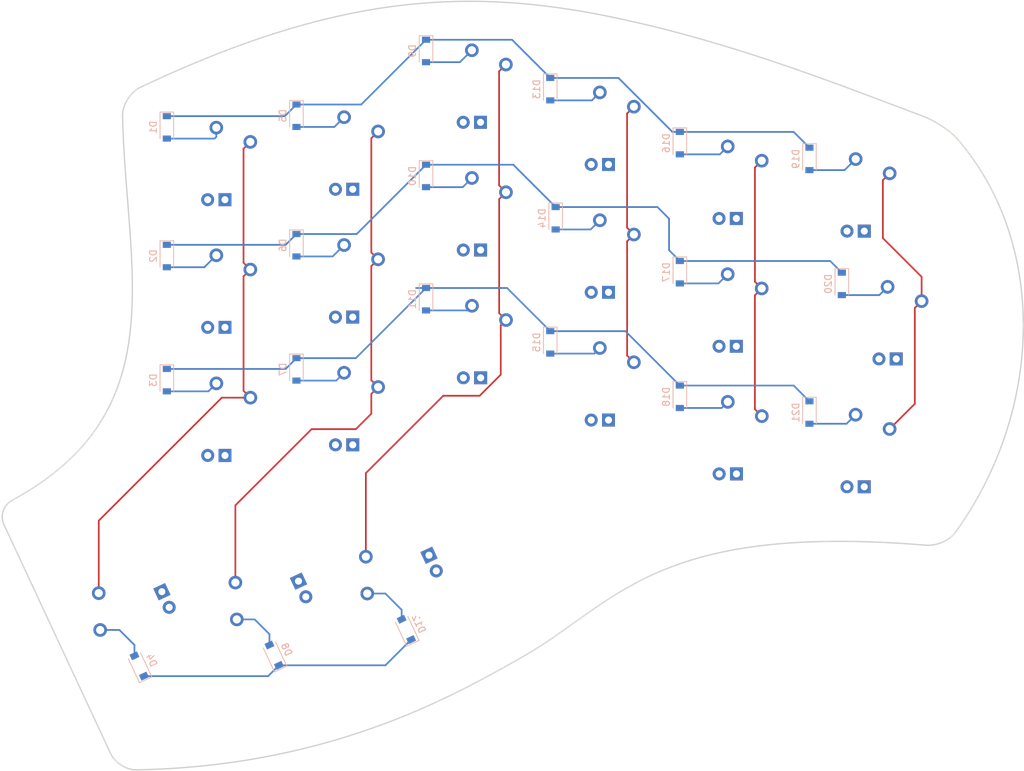
<source format=kicad_pcb>
(kicad_pcb (version 20171130) (host pcbnew "(5.1.9)-1")

  (general
    (thickness 1.6)
    (drawings 247)
    (tracks 136)
    (zones 0)
    (modules 42)
    (nets 31)
  )

  (page A4)
  (layers
    (0 F.Cu signal)
    (31 B.Cu signal)
    (32 B.Adhes user)
    (33 F.Adhes user)
    (34 B.Paste user)
    (35 F.Paste user)
    (36 B.SilkS user)
    (37 F.SilkS user)
    (38 B.Mask user)
    (39 F.Mask user)
    (40 Dwgs.User user)
    (41 Cmts.User user)
    (42 Eco1.User user)
    (43 Eco2.User user)
    (44 Edge.Cuts user)
    (45 Margin user)
    (46 B.CrtYd user)
    (47 F.CrtYd user)
    (48 B.Fab user)
    (49 F.Fab user)
  )

  (setup
    (last_trace_width 0.25)
    (trace_clearance 0.2)
    (zone_clearance 0.508)
    (zone_45_only no)
    (trace_min 0.2)
    (via_size 0.8)
    (via_drill 0.4)
    (via_min_size 0.4)
    (via_min_drill 0.3)
    (uvia_size 0.3)
    (uvia_drill 0.1)
    (uvias_allowed no)
    (uvia_min_size 0.2)
    (uvia_min_drill 0.1)
    (edge_width 0.05)
    (segment_width 0.2)
    (pcb_text_width 0.3)
    (pcb_text_size 1.5 1.5)
    (mod_edge_width 0.12)
    (mod_text_size 1 1)
    (mod_text_width 0.15)
    (pad_size 1.905 1.905)
    (pad_drill 1.04)
    (pad_to_mask_clearance 0)
    (aux_axis_origin 0 0)
    (visible_elements 7FFFFFFF)
    (pcbplotparams
      (layerselection 0x010fc_ffffffff)
      (usegerberextensions false)
      (usegerberattributes true)
      (usegerberadvancedattributes true)
      (creategerberjobfile true)
      (excludeedgelayer true)
      (linewidth 0.100000)
      (plotframeref false)
      (viasonmask false)
      (mode 1)
      (useauxorigin false)
      (hpglpennumber 1)
      (hpglpenspeed 20)
      (hpglpendiameter 15.000000)
      (psnegative false)
      (psa4output false)
      (plotreference true)
      (plotvalue true)
      (plotinvisibletext false)
      (padsonsilk false)
      (subtractmaskfromsilk false)
      (outputformat 1)
      (mirror false)
      (drillshape 1)
      (scaleselection 1)
      (outputdirectory ""))
  )

  (net 0 "")
  (net 1 "Net-(D1-Pad2)")
  (net 2 ROW0)
  (net 3 "Net-(D2-Pad2)")
  (net 4 ROW2)
  (net 5 "Net-(D3-Pad2)")
  (net 6 "Net-(D4-Pad2)")
  (net 7 ROW3)
  (net 8 "Net-(D5-Pad2)")
  (net 9 "Net-(D6-Pad2)")
  (net 10 "Net-(D7-Pad2)")
  (net 11 "Net-(D8-Pad2)")
  (net 12 "Net-(D9-Pad2)")
  (net 13 "Net-(D10-Pad2)")
  (net 14 "Net-(D11-Pad2)")
  (net 15 "Net-(D12-Pad2)")
  (net 16 "Net-(D13-Pad2)")
  (net 17 "Net-(D14-Pad2)")
  (net 18 "Net-(D15-Pad2)")
  (net 19 "Net-(D16-Pad2)")
  (net 20 "Net-(D17-Pad2)")
  (net 21 "Net-(D18-Pad2)")
  (net 22 "Net-(D19-Pad2)")
  (net 23 "Net-(D20-Pad2)")
  (net 24 "Net-(D21-Pad2)")
  (net 25 COL0)
  (net 26 COL1)
  (net 27 COL2)
  (net 28 COL3)
  (net 29 COL4)
  (net 30 COL5)

  (net_class Default "This is the default net class."
    (clearance 0.2)
    (trace_width 0.25)
    (via_dia 0.8)
    (via_drill 0.4)
    (uvia_dia 0.3)
    (uvia_drill 0.1)
    (add_net COL0)
    (add_net COL1)
    (add_net COL2)
    (add_net COL3)
    (add_net COL4)
    (add_net COL5)
    (add_net "Net-(D1-Pad2)")
    (add_net "Net-(D10-Pad2)")
    (add_net "Net-(D11-Pad2)")
    (add_net "Net-(D12-Pad2)")
    (add_net "Net-(D13-Pad2)")
    (add_net "Net-(D14-Pad2)")
    (add_net "Net-(D15-Pad2)")
    (add_net "Net-(D16-Pad2)")
    (add_net "Net-(D17-Pad2)")
    (add_net "Net-(D18-Pad2)")
    (add_net "Net-(D19-Pad2)")
    (add_net "Net-(D2-Pad2)")
    (add_net "Net-(D20-Pad2)")
    (add_net "Net-(D21-Pad2)")
    (add_net "Net-(D3-Pad2)")
    (add_net "Net-(D4-Pad2)")
    (add_net "Net-(D5-Pad2)")
    (add_net "Net-(D6-Pad2)")
    (add_net "Net-(D7-Pad2)")
    (add_net "Net-(D8-Pad2)")
    (add_net "Net-(D9-Pad2)")
    (add_net ROW0)
    (add_net ROW2)
    (add_net ROW3)
  )

  (module Kailh_Choc:KailhChoc-1U (layer F.Cu) (tedit 616705C5) (tstamp 616531F6)
    (at 47.752 40.132)
    (path /6163C148)
    (fp_text reference MX1 (at 0 3.175) (layer Dwgs.User)
      (effects (font (size 1 1) (thickness 0.15)))
    )
    (fp_text value MX-NoLED (at 0 -7.9375) (layer Dwgs.User)
      (effects (font (size 1 1) (thickness 0.15)))
    )
    (fp_line (start 5 -7) (end 7 -7) (layer Dwgs.User) (width 0.15))
    (fp_line (start 7 -7) (end 7 -5) (layer Dwgs.User) (width 0.15))
    (fp_line (start 5 7) (end 7 7) (layer Dwgs.User) (width 0.15))
    (fp_line (start 7 7) (end 7 5) (layer Dwgs.User) (width 0.15))
    (fp_line (start -7 5) (end -7 7) (layer Dwgs.User) (width 0.15))
    (fp_line (start -7 7) (end -5 7) (layer Dwgs.User) (width 0.15))
    (fp_line (start -5 -7) (end -7 -7) (layer Dwgs.User) (width 0.15))
    (fp_line (start -7 -7) (end -7 -5) (layer Dwgs.User) (width 0.15))
    (fp_line (start -9.525 -9.525) (end 9.525 -9.525) (layer Dwgs.User) (width 0.15))
    (fp_line (start 9.525 -9.525) (end 9.525 9.525) (layer Dwgs.User) (width 0.15))
    (fp_line (start 9.525 9.525) (end -9.525 9.525) (layer Dwgs.User) (width 0.15))
    (fp_line (start -9.525 9.525) (end -9.525 -9.525) (layer Dwgs.User) (width 0.15))
    (pad "" thru_hole rect (at 1.27 4.7) (size 1.905 1.905) (drill 1.04) (layers *.Cu B.Mask))
    (pad 3 thru_hole circle (at -1.27 4.7) (size 1.905 1.905) (drill 1.04) (layers *.Cu B.Mask))
    (pad "" np_thru_hole circle (at -5.22 4.2) (size 1.2 1.2) (drill 1.2) (layers *.Cu *.Mask))
    (pad "" np_thru_hole circle (at 5.5 0 48.1) (size 1.9 1.9) (drill 1.9) (layers *.Cu *.Mask))
    (pad "" np_thru_hole circle (at -5.5 0 48.1) (size 1.9 1.9) (drill 1.9) (layers *.Cu *.Mask))
    (pad 1 thru_hole circle (at 5 -3.8) (size 2 2) (drill 1.2) (layers *.Cu B.Mask)
      (net 25 COL0))
    (pad "" np_thru_hole circle (at 0 0) (size 3.4 3.4) (drill 3.4) (layers *.Cu *.Mask))
    (pad 2 thru_hole circle (at 0 -5.9) (size 2 2) (drill 1.2) (layers *.Cu B.Mask)
      (net 1 "Net-(D1-Pad2)"))
  )

  (module Kailh_Choc:KailhChoc-1U (layer F.Cu) (tedit 5C519AC1) (tstamp 616533D6)
    (at 141.723272 82.359425)
    (path /616B3307)
    (fp_text reference MX21 (at 0 3.175) (layer Dwgs.User)
      (effects (font (size 1 1) (thickness 0.15)))
    )
    (fp_text value MX-NoLED (at 0 -7.9375) (layer Dwgs.User)
      (effects (font (size 1 1) (thickness 0.15)))
    )
    (fp_line (start 5 -7) (end 7 -7) (layer Dwgs.User) (width 0.15))
    (fp_line (start 7 -7) (end 7 -5) (layer Dwgs.User) (width 0.15))
    (fp_line (start 5 7) (end 7 7) (layer Dwgs.User) (width 0.15))
    (fp_line (start 7 7) (end 7 5) (layer Dwgs.User) (width 0.15))
    (fp_line (start -7 5) (end -7 7) (layer Dwgs.User) (width 0.15))
    (fp_line (start -7 7) (end -5 7) (layer Dwgs.User) (width 0.15))
    (fp_line (start -5 -7) (end -7 -7) (layer Dwgs.User) (width 0.15))
    (fp_line (start -7 -7) (end -7 -5) (layer Dwgs.User) (width 0.15))
    (fp_line (start -9.525 -9.525) (end 9.525 -9.525) (layer Dwgs.User) (width 0.15))
    (fp_line (start 9.525 -9.525) (end 9.525 9.525) (layer Dwgs.User) (width 0.15))
    (fp_line (start 9.525 9.525) (end -9.525 9.525) (layer Dwgs.User) (width 0.15))
    (fp_line (start -9.525 9.525) (end -9.525 -9.525) (layer Dwgs.User) (width 0.15))
    (pad 4 thru_hole rect (at 1.27 4.7) (size 1.905 1.905) (drill 1.04) (layers *.Cu B.Mask))
    (pad 3 thru_hole circle (at -1.27 4.7) (size 1.905 1.905) (drill 1.04) (layers *.Cu B.Mask))
    (pad "" np_thru_hole circle (at -5.22 4.2) (size 1.2 1.2) (drill 1.2) (layers *.Cu *.Mask))
    (pad "" np_thru_hole circle (at 5.5 0 48.1) (size 1.9 1.9) (drill 1.9) (layers *.Cu *.Mask))
    (pad "" np_thru_hole circle (at -5.5 0 48.1) (size 1.9 1.9) (drill 1.9) (layers *.Cu *.Mask))
    (pad 1 thru_hole circle (at 5 -3.8) (size 2 2) (drill 1.2) (layers *.Cu B.Mask)
      (net 30 COL5))
    (pad "" np_thru_hole circle (at 0 0) (size 3.4 3.4) (drill 3.4) (layers *.Cu *.Mask))
    (pad 2 thru_hole circle (at 0 -5.9) (size 2 2) (drill 1.2) (layers *.Cu B.Mask)
      (net 24 "Net-(D21-Pad2)"))
  )

  (module Kailh_Choc:KailhChoc-1.5U (layer F.Cu) (tedit 5C519AAD) (tstamp 616533BE)
    (at 146.425942 63.551651)
    (path /616AA85E)
    (fp_text reference MX20 (at 0 3.175) (layer Dwgs.User)
      (effects (font (size 1 1) (thickness 0.15)))
    )
    (fp_text value MX-NoLED (at 0 -7.9375) (layer Dwgs.User)
      (effects (font (size 1 1) (thickness 0.15)))
    )
    (fp_line (start 5 -7) (end 7 -7) (layer Dwgs.User) (width 0.15))
    (fp_line (start 7 -7) (end 7 -5) (layer Dwgs.User) (width 0.15))
    (fp_line (start 5 7) (end 7 7) (layer Dwgs.User) (width 0.15))
    (fp_line (start 7 7) (end 7 5) (layer Dwgs.User) (width 0.15))
    (fp_line (start -7 5) (end -7 7) (layer Dwgs.User) (width 0.15))
    (fp_line (start -7 7) (end -5 7) (layer Dwgs.User) (width 0.15))
    (fp_line (start -5 -7) (end -7 -7) (layer Dwgs.User) (width 0.15))
    (fp_line (start -7 -7) (end -7 -5) (layer Dwgs.User) (width 0.15))
    (fp_line (start -14.2875 -9.525) (end 14.2875 -9.525) (layer Dwgs.User) (width 0.15))
    (fp_line (start 14.2875 -9.525) (end 14.2875 9.525) (layer Dwgs.User) (width 0.15))
    (fp_line (start 14.2875 9.525) (end -14.2875 9.525) (layer Dwgs.User) (width 0.15))
    (fp_line (start -14.2875 9.525) (end -14.2875 -9.525) (layer Dwgs.User) (width 0.15))
    (pad 4 thru_hole rect (at 1.27 4.7) (size 1.905 1.905) (drill 1.04) (layers *.Cu B.Mask))
    (pad 3 thru_hole circle (at -1.27 4.7) (size 1.905 1.905) (drill 1.04) (layers *.Cu B.Mask))
    (pad "" np_thru_hole circle (at -5.22 4.2) (size 1.2 1.2) (drill 1.2) (layers *.Cu *.Mask))
    (pad "" np_thru_hole circle (at 5.5 0 48.1) (size 1.9 1.9) (drill 1.9) (layers *.Cu *.Mask))
    (pad "" np_thru_hole circle (at -5.5 0 48.1) (size 1.9 1.9) (drill 1.9) (layers *.Cu *.Mask))
    (pad 1 thru_hole circle (at 5 -3.8) (size 2 2) (drill 1.2) (layers *.Cu B.Mask)
      (net 30 COL5))
    (pad "" np_thru_hole circle (at 0 0) (size 3.4 3.4) (drill 3.4) (layers *.Cu *.Mask))
    (pad 2 thru_hole circle (at 0 -5.9) (size 2 2) (drill 1.2) (layers *.Cu B.Mask)
      (net 23 "Net-(D20-Pad2)"))
  )

  (module Kailh_Choc:KailhChoc-1U (layer F.Cu) (tedit 5C519AC1) (tstamp 616533A6)
    (at 141.730997 44.754278)
    (path /6169D9AD)
    (fp_text reference MX19 (at 0 3.175) (layer Dwgs.User)
      (effects (font (size 1 1) (thickness 0.15)))
    )
    (fp_text value MX-NoLED (at 0 -7.9375) (layer Dwgs.User)
      (effects (font (size 1 1) (thickness 0.15)))
    )
    (fp_line (start 5 -7) (end 7 -7) (layer Dwgs.User) (width 0.15))
    (fp_line (start 7 -7) (end 7 -5) (layer Dwgs.User) (width 0.15))
    (fp_line (start 5 7) (end 7 7) (layer Dwgs.User) (width 0.15))
    (fp_line (start 7 7) (end 7 5) (layer Dwgs.User) (width 0.15))
    (fp_line (start -7 5) (end -7 7) (layer Dwgs.User) (width 0.15))
    (fp_line (start -7 7) (end -5 7) (layer Dwgs.User) (width 0.15))
    (fp_line (start -5 -7) (end -7 -7) (layer Dwgs.User) (width 0.15))
    (fp_line (start -7 -7) (end -7 -5) (layer Dwgs.User) (width 0.15))
    (fp_line (start -9.525 -9.525) (end 9.525 -9.525) (layer Dwgs.User) (width 0.15))
    (fp_line (start 9.525 -9.525) (end 9.525 9.525) (layer Dwgs.User) (width 0.15))
    (fp_line (start 9.525 9.525) (end -9.525 9.525) (layer Dwgs.User) (width 0.15))
    (fp_line (start -9.525 9.525) (end -9.525 -9.525) (layer Dwgs.User) (width 0.15))
    (pad 4 thru_hole rect (at 1.27 4.7) (size 1.905 1.905) (drill 1.04) (layers *.Cu B.Mask))
    (pad 3 thru_hole circle (at -1.27 4.7) (size 1.905 1.905) (drill 1.04) (layers *.Cu B.Mask))
    (pad "" np_thru_hole circle (at -5.22 4.2) (size 1.2 1.2) (drill 1.2) (layers *.Cu *.Mask))
    (pad "" np_thru_hole circle (at 5.5 0 48.1) (size 1.9 1.9) (drill 1.9) (layers *.Cu *.Mask))
    (pad "" np_thru_hole circle (at -5.5 0 48.1) (size 1.9 1.9) (drill 1.9) (layers *.Cu *.Mask))
    (pad 1 thru_hole circle (at 5 -3.8) (size 2 2) (drill 1.2) (layers *.Cu B.Mask)
      (net 30 COL5))
    (pad "" np_thru_hole circle (at 0 0) (size 3.4 3.4) (drill 3.4) (layers *.Cu *.Mask))
    (pad 2 thru_hole circle (at 0 -5.9) (size 2 2) (drill 1.2) (layers *.Cu B.Mask)
      (net 22 "Net-(D19-Pad2)"))
  )

  (module Kailh_Choc:KailhChoc-1U (layer F.Cu) (tedit 5C519AC1) (tstamp 616568F7)
    (at 122.939818 80.46729)
    (path /616B32FA)
    (fp_text reference MX18 (at 0 3.175) (layer Dwgs.User)
      (effects (font (size 1 1) (thickness 0.15)))
    )
    (fp_text value MX-NoLED (at 0 -7.9375) (layer Dwgs.User)
      (effects (font (size 1 1) (thickness 0.15)))
    )
    (fp_line (start 5 -7) (end 7 -7) (layer Dwgs.User) (width 0.15))
    (fp_line (start 7 -7) (end 7 -5) (layer Dwgs.User) (width 0.15))
    (fp_line (start 5 7) (end 7 7) (layer Dwgs.User) (width 0.15))
    (fp_line (start 7 7) (end 7 5) (layer Dwgs.User) (width 0.15))
    (fp_line (start -7 5) (end -7 7) (layer Dwgs.User) (width 0.15))
    (fp_line (start -7 7) (end -5 7) (layer Dwgs.User) (width 0.15))
    (fp_line (start -5 -7) (end -7 -7) (layer Dwgs.User) (width 0.15))
    (fp_line (start -7 -7) (end -7 -5) (layer Dwgs.User) (width 0.15))
    (fp_line (start -9.525 -9.525) (end 9.525 -9.525) (layer Dwgs.User) (width 0.15))
    (fp_line (start 9.525 -9.525) (end 9.525 9.525) (layer Dwgs.User) (width 0.15))
    (fp_line (start 9.525 9.525) (end -9.525 9.525) (layer Dwgs.User) (width 0.15))
    (fp_line (start -9.525 9.525) (end -9.525 -9.525) (layer Dwgs.User) (width 0.15))
    (pad 4 thru_hole rect (at 1.27 4.7) (size 1.905 1.905) (drill 1.04) (layers *.Cu B.Mask))
    (pad 3 thru_hole circle (at -1.27 4.7) (size 1.905 1.905) (drill 1.04) (layers *.Cu B.Mask))
    (pad "" np_thru_hole circle (at -5.22 4.2) (size 1.2 1.2) (drill 1.2) (layers *.Cu *.Mask))
    (pad "" np_thru_hole circle (at 5.5 0 48.1) (size 1.9 1.9) (drill 1.9) (layers *.Cu *.Mask))
    (pad "" np_thru_hole circle (at -5.5 0 48.1) (size 1.9 1.9) (drill 1.9) (layers *.Cu *.Mask))
    (pad 1 thru_hole circle (at 5 -3.8) (size 2 2) (drill 1.2) (layers *.Cu B.Mask)
      (net 29 COL4))
    (pad "" np_thru_hole circle (at 0 0) (size 3.4 3.4) (drill 3.4) (layers *.Cu *.Mask))
    (pad 2 thru_hole circle (at 0 -5.9) (size 2 2) (drill 1.2) (layers *.Cu B.Mask)
      (net 21 "Net-(D18-Pad2)"))
  )

  (module Kailh_Choc:KailhChoc-1U (layer F.Cu) (tedit 5C519AC1) (tstamp 61653376)
    (at 122.920829 61.68868)
    (path /616AA851)
    (fp_text reference MX17 (at 0 3.175) (layer Dwgs.User)
      (effects (font (size 1 1) (thickness 0.15)))
    )
    (fp_text value MX-NoLED (at 0 -7.9375) (layer Dwgs.User)
      (effects (font (size 1 1) (thickness 0.15)))
    )
    (fp_line (start 5 -7) (end 7 -7) (layer Dwgs.User) (width 0.15))
    (fp_line (start 7 -7) (end 7 -5) (layer Dwgs.User) (width 0.15))
    (fp_line (start 5 7) (end 7 7) (layer Dwgs.User) (width 0.15))
    (fp_line (start 7 7) (end 7 5) (layer Dwgs.User) (width 0.15))
    (fp_line (start -7 5) (end -7 7) (layer Dwgs.User) (width 0.15))
    (fp_line (start -7 7) (end -5 7) (layer Dwgs.User) (width 0.15))
    (fp_line (start -5 -7) (end -7 -7) (layer Dwgs.User) (width 0.15))
    (fp_line (start -7 -7) (end -7 -5) (layer Dwgs.User) (width 0.15))
    (fp_line (start -9.525 -9.525) (end 9.525 -9.525) (layer Dwgs.User) (width 0.15))
    (fp_line (start 9.525 -9.525) (end 9.525 9.525) (layer Dwgs.User) (width 0.15))
    (fp_line (start 9.525 9.525) (end -9.525 9.525) (layer Dwgs.User) (width 0.15))
    (fp_line (start -9.525 9.525) (end -9.525 -9.525) (layer Dwgs.User) (width 0.15))
    (pad 4 thru_hole rect (at 1.27 4.7) (size 1.905 1.905) (drill 1.04) (layers *.Cu B.Mask))
    (pad 3 thru_hole circle (at -1.27 4.7) (size 1.905 1.905) (drill 1.04) (layers *.Cu B.Mask))
    (pad "" np_thru_hole circle (at -5.22 4.2) (size 1.2 1.2) (drill 1.2) (layers *.Cu *.Mask))
    (pad "" np_thru_hole circle (at 5.5 0 48.1) (size 1.9 1.9) (drill 1.9) (layers *.Cu *.Mask))
    (pad "" np_thru_hole circle (at -5.5 0 48.1) (size 1.9 1.9) (drill 1.9) (layers *.Cu *.Mask))
    (pad 1 thru_hole circle (at 5 -3.8) (size 2 2) (drill 1.2) (layers *.Cu B.Mask)
      (net 29 COL4))
    (pad "" np_thru_hole circle (at 0 0) (size 3.4 3.4) (drill 3.4) (layers *.Cu *.Mask))
    (pad 2 thru_hole circle (at 0 -5.9) (size 2 2) (drill 1.2) (layers *.Cu B.Mask)
      (net 20 "Net-(D17-Pad2)"))
  )

  (module Kailh_Choc:KailhChoc-1U (layer F.Cu) (tedit 5C519AC1) (tstamp 6165335E)
    (at 122.924486 42.896524)
    (path /6169D9A0)
    (fp_text reference MX16 (at 0 3.175) (layer Dwgs.User)
      (effects (font (size 1 1) (thickness 0.15)))
    )
    (fp_text value MX-NoLED (at 0 -7.9375) (layer Dwgs.User)
      (effects (font (size 1 1) (thickness 0.15)))
    )
    (fp_line (start 5 -7) (end 7 -7) (layer Dwgs.User) (width 0.15))
    (fp_line (start 7 -7) (end 7 -5) (layer Dwgs.User) (width 0.15))
    (fp_line (start 5 7) (end 7 7) (layer Dwgs.User) (width 0.15))
    (fp_line (start 7 7) (end 7 5) (layer Dwgs.User) (width 0.15))
    (fp_line (start -7 5) (end -7 7) (layer Dwgs.User) (width 0.15))
    (fp_line (start -7 7) (end -5 7) (layer Dwgs.User) (width 0.15))
    (fp_line (start -5 -7) (end -7 -7) (layer Dwgs.User) (width 0.15))
    (fp_line (start -7 -7) (end -7 -5) (layer Dwgs.User) (width 0.15))
    (fp_line (start -9.525 -9.525) (end 9.525 -9.525) (layer Dwgs.User) (width 0.15))
    (fp_line (start 9.525 -9.525) (end 9.525 9.525) (layer Dwgs.User) (width 0.15))
    (fp_line (start 9.525 9.525) (end -9.525 9.525) (layer Dwgs.User) (width 0.15))
    (fp_line (start -9.525 9.525) (end -9.525 -9.525) (layer Dwgs.User) (width 0.15))
    (pad 4 thru_hole rect (at 1.27 4.7) (size 1.905 1.905) (drill 1.04) (layers *.Cu B.Mask))
    (pad 3 thru_hole circle (at -1.27 4.7) (size 1.905 1.905) (drill 1.04) (layers *.Cu B.Mask))
    (pad "" np_thru_hole circle (at -5.22 4.2) (size 1.2 1.2) (drill 1.2) (layers *.Cu *.Mask))
    (pad "" np_thru_hole circle (at 5.5 0 48.1) (size 1.9 1.9) (drill 1.9) (layers *.Cu *.Mask))
    (pad "" np_thru_hole circle (at -5.5 0 48.1) (size 1.9 1.9) (drill 1.9) (layers *.Cu *.Mask))
    (pad 1 thru_hole circle (at 5 -3.8) (size 2 2) (drill 1.2) (layers *.Cu B.Mask)
      (net 29 COL4))
    (pad "" np_thru_hole circle (at 0 0) (size 3.4 3.4) (drill 3.4) (layers *.Cu *.Mask))
    (pad 2 thru_hole circle (at 0 -5.9) (size 2 2) (drill 1.2) (layers *.Cu B.Mask)
      (net 19 "Net-(D16-Pad2)"))
  )

  (module Kailh_Choc:KailhChoc-1U (layer F.Cu) (tedit 5C519AC1) (tstamp 61653346)
    (at 104.130734 72.543345)
    (path /616B32ED)
    (fp_text reference MX15 (at 0 3.175) (layer Dwgs.User)
      (effects (font (size 1 1) (thickness 0.15)))
    )
    (fp_text value MX-NoLED (at 0 -7.9375) (layer Dwgs.User)
      (effects (font (size 1 1) (thickness 0.15)))
    )
    (fp_line (start 5 -7) (end 7 -7) (layer Dwgs.User) (width 0.15))
    (fp_line (start 7 -7) (end 7 -5) (layer Dwgs.User) (width 0.15))
    (fp_line (start 5 7) (end 7 7) (layer Dwgs.User) (width 0.15))
    (fp_line (start 7 7) (end 7 5) (layer Dwgs.User) (width 0.15))
    (fp_line (start -7 5) (end -7 7) (layer Dwgs.User) (width 0.15))
    (fp_line (start -7 7) (end -5 7) (layer Dwgs.User) (width 0.15))
    (fp_line (start -5 -7) (end -7 -7) (layer Dwgs.User) (width 0.15))
    (fp_line (start -7 -7) (end -7 -5) (layer Dwgs.User) (width 0.15))
    (fp_line (start -9.525 -9.525) (end 9.525 -9.525) (layer Dwgs.User) (width 0.15))
    (fp_line (start 9.525 -9.525) (end 9.525 9.525) (layer Dwgs.User) (width 0.15))
    (fp_line (start 9.525 9.525) (end -9.525 9.525) (layer Dwgs.User) (width 0.15))
    (fp_line (start -9.525 9.525) (end -9.525 -9.525) (layer Dwgs.User) (width 0.15))
    (pad 4 thru_hole rect (at 1.27 4.7) (size 1.905 1.905) (drill 1.04) (layers *.Cu B.Mask))
    (pad 3 thru_hole circle (at -1.27 4.7) (size 1.905 1.905) (drill 1.04) (layers *.Cu B.Mask))
    (pad "" np_thru_hole circle (at -5.22 4.2) (size 1.2 1.2) (drill 1.2) (layers *.Cu *.Mask))
    (pad "" np_thru_hole circle (at 5.5 0 48.1) (size 1.9 1.9) (drill 1.9) (layers *.Cu *.Mask))
    (pad "" np_thru_hole circle (at -5.5 0 48.1) (size 1.9 1.9) (drill 1.9) (layers *.Cu *.Mask))
    (pad 1 thru_hole circle (at 5 -3.8) (size 2 2) (drill 1.2) (layers *.Cu B.Mask)
      (net 28 COL3))
    (pad "" np_thru_hole circle (at 0 0) (size 3.4 3.4) (drill 3.4) (layers *.Cu *.Mask))
    (pad 2 thru_hole circle (at 0 -5.9) (size 2 2) (drill 1.2) (layers *.Cu B.Mask)
      (net 18 "Net-(D15-Pad2)"))
  )

  (module Kailh_Choc:KailhChoc-1U (layer F.Cu) (tedit 5C519AC1) (tstamp 6165332E)
    (at 104.134057 53.75318)
    (path /616AA844)
    (fp_text reference MX14 (at 0 3.175) (layer Dwgs.User)
      (effects (font (size 1 1) (thickness 0.15)))
    )
    (fp_text value MX-NoLED (at 0 -7.9375) (layer Dwgs.User)
      (effects (font (size 1 1) (thickness 0.15)))
    )
    (fp_line (start 5 -7) (end 7 -7) (layer Dwgs.User) (width 0.15))
    (fp_line (start 7 -7) (end 7 -5) (layer Dwgs.User) (width 0.15))
    (fp_line (start 5 7) (end 7 7) (layer Dwgs.User) (width 0.15))
    (fp_line (start 7 7) (end 7 5) (layer Dwgs.User) (width 0.15))
    (fp_line (start -7 5) (end -7 7) (layer Dwgs.User) (width 0.15))
    (fp_line (start -7 7) (end -5 7) (layer Dwgs.User) (width 0.15))
    (fp_line (start -5 -7) (end -7 -7) (layer Dwgs.User) (width 0.15))
    (fp_line (start -7 -7) (end -7 -5) (layer Dwgs.User) (width 0.15))
    (fp_line (start -9.525 -9.525) (end 9.525 -9.525) (layer Dwgs.User) (width 0.15))
    (fp_line (start 9.525 -9.525) (end 9.525 9.525) (layer Dwgs.User) (width 0.15))
    (fp_line (start 9.525 9.525) (end -9.525 9.525) (layer Dwgs.User) (width 0.15))
    (fp_line (start -9.525 9.525) (end -9.525 -9.525) (layer Dwgs.User) (width 0.15))
    (pad 4 thru_hole rect (at 1.27 4.7) (size 1.905 1.905) (drill 1.04) (layers *.Cu B.Mask))
    (pad 3 thru_hole circle (at -1.27 4.7) (size 1.905 1.905) (drill 1.04) (layers *.Cu B.Mask))
    (pad "" np_thru_hole circle (at -5.22 4.2) (size 1.2 1.2) (drill 1.2) (layers *.Cu *.Mask))
    (pad "" np_thru_hole circle (at 5.5 0 48.1) (size 1.9 1.9) (drill 1.9) (layers *.Cu *.Mask))
    (pad "" np_thru_hole circle (at -5.5 0 48.1) (size 1.9 1.9) (drill 1.9) (layers *.Cu *.Mask))
    (pad 1 thru_hole circle (at 5 -3.8) (size 2 2) (drill 1.2) (layers *.Cu B.Mask)
      (net 28 COL3))
    (pad "" np_thru_hole circle (at 0 0) (size 3.4 3.4) (drill 3.4) (layers *.Cu *.Mask))
    (pad 2 thru_hole circle (at 0 -5.9) (size 2 2) (drill 1.2) (layers *.Cu B.Mask)
      (net 17 "Net-(D14-Pad2)"))
  )

  (module Kailh_Choc:KailhChoc-1U (layer F.Cu) (tedit 5C519AC1) (tstamp 61653316)
    (at 104.130339 34.951355)
    (path /6169C5C7)
    (fp_text reference MX13 (at 0 3.175) (layer Dwgs.User)
      (effects (font (size 1 1) (thickness 0.15)))
    )
    (fp_text value MX-NoLED (at 0 -7.9375) (layer Dwgs.User)
      (effects (font (size 1 1) (thickness 0.15)))
    )
    (fp_line (start 5 -7) (end 7 -7) (layer Dwgs.User) (width 0.15))
    (fp_line (start 7 -7) (end 7 -5) (layer Dwgs.User) (width 0.15))
    (fp_line (start 5 7) (end 7 7) (layer Dwgs.User) (width 0.15))
    (fp_line (start 7 7) (end 7 5) (layer Dwgs.User) (width 0.15))
    (fp_line (start -7 5) (end -7 7) (layer Dwgs.User) (width 0.15))
    (fp_line (start -7 7) (end -5 7) (layer Dwgs.User) (width 0.15))
    (fp_line (start -5 -7) (end -7 -7) (layer Dwgs.User) (width 0.15))
    (fp_line (start -7 -7) (end -7 -5) (layer Dwgs.User) (width 0.15))
    (fp_line (start -9.525 -9.525) (end 9.525 -9.525) (layer Dwgs.User) (width 0.15))
    (fp_line (start 9.525 -9.525) (end 9.525 9.525) (layer Dwgs.User) (width 0.15))
    (fp_line (start 9.525 9.525) (end -9.525 9.525) (layer Dwgs.User) (width 0.15))
    (fp_line (start -9.525 9.525) (end -9.525 -9.525) (layer Dwgs.User) (width 0.15))
    (pad 4 thru_hole rect (at 1.27 4.7) (size 1.905 1.905) (drill 1.04) (layers *.Cu B.Mask))
    (pad 3 thru_hole circle (at -1.27 4.7) (size 1.905 1.905) (drill 1.04) (layers *.Cu B.Mask))
    (pad "" np_thru_hole circle (at -5.22 4.2) (size 1.2 1.2) (drill 1.2) (layers *.Cu *.Mask))
    (pad "" np_thru_hole circle (at 5.5 0 48.1) (size 1.9 1.9) (drill 1.9) (layers *.Cu *.Mask))
    (pad "" np_thru_hole circle (at -5.5 0 48.1) (size 1.9 1.9) (drill 1.9) (layers *.Cu *.Mask))
    (pad 1 thru_hole circle (at 5 -3.8) (size 2 2) (drill 1.2) (layers *.Cu B.Mask)
      (net 28 COL3))
    (pad "" np_thru_hole circle (at 0 0) (size 3.4 3.4) (drill 3.4) (layers *.Cu *.Mask))
    (pad 2 thru_hole circle (at 0 -5.9) (size 2 2) (drill 1.2) (layers *.Cu B.Mask)
      (net 16 "Net-(D13-Pad2)"))
  )

  (module Kailh_Choc:KailhChoc-1.5U (layer F.Cu) (tedit 5C519AAD) (tstamp 616532FE)
    (at 75.290169 100.267266 115)
    (path /616C9F9F)
    (fp_text reference MX12 (at 0 3.175 115) (layer Dwgs.User)
      (effects (font (size 1 1) (thickness 0.15)))
    )
    (fp_text value MX-NoLED (at 0 -7.9375 115) (layer Dwgs.User)
      (effects (font (size 1 1) (thickness 0.15)))
    )
    (fp_line (start 5 -7) (end 7 -7) (layer Dwgs.User) (width 0.15))
    (fp_line (start 7 -7) (end 7 -5) (layer Dwgs.User) (width 0.15))
    (fp_line (start 5 7) (end 7 7) (layer Dwgs.User) (width 0.15))
    (fp_line (start 7 7) (end 7 5) (layer Dwgs.User) (width 0.15))
    (fp_line (start -7 5) (end -7 7) (layer Dwgs.User) (width 0.15))
    (fp_line (start -7 7) (end -5 7) (layer Dwgs.User) (width 0.15))
    (fp_line (start -5 -7) (end -7 -7) (layer Dwgs.User) (width 0.15))
    (fp_line (start -7 -7) (end -7 -5) (layer Dwgs.User) (width 0.15))
    (fp_line (start -14.2875 -9.525) (end 14.2875 -9.525) (layer Dwgs.User) (width 0.15))
    (fp_line (start 14.2875 -9.525) (end 14.2875 9.525) (layer Dwgs.User) (width 0.15))
    (fp_line (start 14.2875 9.525) (end -14.2875 9.525) (layer Dwgs.User) (width 0.15))
    (fp_line (start -14.2875 9.525) (end -14.2875 -9.525) (layer Dwgs.User) (width 0.15))
    (pad 4 thru_hole rect (at 1.27 4.7 115) (size 1.905 1.905) (drill 1.04) (layers *.Cu B.Mask))
    (pad 3 thru_hole circle (at -1.27 4.7 115) (size 1.905 1.905) (drill 1.04) (layers *.Cu B.Mask))
    (pad "" np_thru_hole circle (at -5.22 4.2 115) (size 1.2 1.2) (drill 1.2) (layers *.Cu *.Mask))
    (pad "" np_thru_hole circle (at 5.5 0 163.1) (size 1.9 1.9) (drill 1.9) (layers *.Cu *.Mask))
    (pad "" np_thru_hole circle (at -5.5 0 163.1) (size 1.9 1.9) (drill 1.9) (layers *.Cu *.Mask))
    (pad 1 thru_hole circle (at 5 -3.8 115) (size 2 2) (drill 1.2) (layers *.Cu B.Mask)
      (net 27 COL2))
    (pad "" np_thru_hole circle (at 0 0 115) (size 3.4 3.4) (drill 3.4) (layers *.Cu *.Mask))
    (pad 2 thru_hole circle (at 0 -5.9 115) (size 2 2) (drill 1.2) (layers *.Cu B.Mask)
      (net 15 "Net-(D12-Pad2)"))
  )

  (module Kailh_Choc:KailhChoc-1U (layer F.Cu) (tedit 5C519AC1) (tstamp 616532E6)
    (at 85.336456 66.333362)
    (path /616B32E0)
    (fp_text reference MX11 (at 0 3.175) (layer Dwgs.User)
      (effects (font (size 1 1) (thickness 0.15)))
    )
    (fp_text value MX-NoLED (at 0 -7.9375) (layer Dwgs.User)
      (effects (font (size 1 1) (thickness 0.15)))
    )
    (fp_line (start 5 -7) (end 7 -7) (layer Dwgs.User) (width 0.15))
    (fp_line (start 7 -7) (end 7 -5) (layer Dwgs.User) (width 0.15))
    (fp_line (start 5 7) (end 7 7) (layer Dwgs.User) (width 0.15))
    (fp_line (start 7 7) (end 7 5) (layer Dwgs.User) (width 0.15))
    (fp_line (start -7 5) (end -7 7) (layer Dwgs.User) (width 0.15))
    (fp_line (start -7 7) (end -5 7) (layer Dwgs.User) (width 0.15))
    (fp_line (start -5 -7) (end -7 -7) (layer Dwgs.User) (width 0.15))
    (fp_line (start -7 -7) (end -7 -5) (layer Dwgs.User) (width 0.15))
    (fp_line (start -9.525 -9.525) (end 9.525 -9.525) (layer Dwgs.User) (width 0.15))
    (fp_line (start 9.525 -9.525) (end 9.525 9.525) (layer Dwgs.User) (width 0.15))
    (fp_line (start 9.525 9.525) (end -9.525 9.525) (layer Dwgs.User) (width 0.15))
    (fp_line (start -9.525 9.525) (end -9.525 -9.525) (layer Dwgs.User) (width 0.15))
    (pad 4 thru_hole rect (at 1.27 4.7) (size 1.905 1.905) (drill 1.04) (layers *.Cu B.Mask))
    (pad 3 thru_hole circle (at -1.27 4.7) (size 1.905 1.905) (drill 1.04) (layers *.Cu B.Mask))
    (pad "" np_thru_hole circle (at -5.22 4.2) (size 1.2 1.2) (drill 1.2) (layers *.Cu *.Mask))
    (pad "" np_thru_hole circle (at 5.5 0 48.1) (size 1.9 1.9) (drill 1.9) (layers *.Cu *.Mask))
    (pad "" np_thru_hole circle (at -5.5 0 48.1) (size 1.9 1.9) (drill 1.9) (layers *.Cu *.Mask))
    (pad 1 thru_hole circle (at 5 -3.8) (size 2 2) (drill 1.2) (layers *.Cu B.Mask)
      (net 27 COL2))
    (pad "" np_thru_hole circle (at 0 0) (size 3.4 3.4) (drill 3.4) (layers *.Cu *.Mask))
    (pad 2 thru_hole circle (at 0 -5.9) (size 2 2) (drill 1.2) (layers *.Cu B.Mask)
      (net 14 "Net-(D11-Pad2)"))
  )

  (module Kailh_Choc:KailhChoc-1U (layer F.Cu) (tedit 5C519AC1) (tstamp 616563D3)
    (at 85.328775 47.538064)
    (path /616AA837)
    (fp_text reference MX10 (at 0 3.175) (layer Dwgs.User)
      (effects (font (size 1 1) (thickness 0.15)))
    )
    (fp_text value MX-NoLED (at 0 -7.9375) (layer Dwgs.User)
      (effects (font (size 1 1) (thickness 0.15)))
    )
    (fp_line (start 5 -7) (end 7 -7) (layer Dwgs.User) (width 0.15))
    (fp_line (start 7 -7) (end 7 -5) (layer Dwgs.User) (width 0.15))
    (fp_line (start 5 7) (end 7 7) (layer Dwgs.User) (width 0.15))
    (fp_line (start 7 7) (end 7 5) (layer Dwgs.User) (width 0.15))
    (fp_line (start -7 5) (end -7 7) (layer Dwgs.User) (width 0.15))
    (fp_line (start -7 7) (end -5 7) (layer Dwgs.User) (width 0.15))
    (fp_line (start -5 -7) (end -7 -7) (layer Dwgs.User) (width 0.15))
    (fp_line (start -7 -7) (end -7 -5) (layer Dwgs.User) (width 0.15))
    (fp_line (start -9.525 -9.525) (end 9.525 -9.525) (layer Dwgs.User) (width 0.15))
    (fp_line (start 9.525 -9.525) (end 9.525 9.525) (layer Dwgs.User) (width 0.15))
    (fp_line (start 9.525 9.525) (end -9.525 9.525) (layer Dwgs.User) (width 0.15))
    (fp_line (start -9.525 9.525) (end -9.525 -9.525) (layer Dwgs.User) (width 0.15))
    (pad 4 thru_hole rect (at 1.27 4.7) (size 1.905 1.905) (drill 1.04) (layers *.Cu B.Mask))
    (pad 3 thru_hole circle (at -1.27 4.7) (size 1.905 1.905) (drill 1.04) (layers *.Cu B.Mask))
    (pad "" np_thru_hole circle (at -5.22 4.2) (size 1.2 1.2) (drill 1.2) (layers *.Cu *.Mask))
    (pad "" np_thru_hole circle (at 5.5 0 48.1) (size 1.9 1.9) (drill 1.9) (layers *.Cu *.Mask))
    (pad "" np_thru_hole circle (at -5.5 0 48.1) (size 1.9 1.9) (drill 1.9) (layers *.Cu *.Mask))
    (pad 1 thru_hole circle (at 5 -3.8) (size 2 2) (drill 1.2) (layers *.Cu B.Mask)
      (net 27 COL2))
    (pad "" np_thru_hole circle (at 0 0) (size 3.4 3.4) (drill 3.4) (layers *.Cu *.Mask))
    (pad 2 thru_hole circle (at 0 -5.9) (size 2 2) (drill 1.2) (layers *.Cu B.Mask)
      (net 13 "Net-(D10-Pad2)"))
  )

  (module Kailh_Choc:KailhChoc-1U (layer F.Cu) (tedit 5C519AC1) (tstamp 616532B6)
    (at 85.317383 28.747997)
    (path /6169C5BA)
    (fp_text reference MX9 (at 0 3.175) (layer Dwgs.User)
      (effects (font (size 1 1) (thickness 0.15)))
    )
    (fp_text value MX-NoLED (at 0 -7.9375) (layer Dwgs.User)
      (effects (font (size 1 1) (thickness 0.15)))
    )
    (fp_line (start 5 -7) (end 7 -7) (layer Dwgs.User) (width 0.15))
    (fp_line (start 7 -7) (end 7 -5) (layer Dwgs.User) (width 0.15))
    (fp_line (start 5 7) (end 7 7) (layer Dwgs.User) (width 0.15))
    (fp_line (start 7 7) (end 7 5) (layer Dwgs.User) (width 0.15))
    (fp_line (start -7 5) (end -7 7) (layer Dwgs.User) (width 0.15))
    (fp_line (start -7 7) (end -5 7) (layer Dwgs.User) (width 0.15))
    (fp_line (start -5 -7) (end -7 -7) (layer Dwgs.User) (width 0.15))
    (fp_line (start -7 -7) (end -7 -5) (layer Dwgs.User) (width 0.15))
    (fp_line (start -9.525 -9.525) (end 9.525 -9.525) (layer Dwgs.User) (width 0.15))
    (fp_line (start 9.525 -9.525) (end 9.525 9.525) (layer Dwgs.User) (width 0.15))
    (fp_line (start 9.525 9.525) (end -9.525 9.525) (layer Dwgs.User) (width 0.15))
    (fp_line (start -9.525 9.525) (end -9.525 -9.525) (layer Dwgs.User) (width 0.15))
    (pad 4 thru_hole rect (at 1.27 4.7) (size 1.905 1.905) (drill 1.04) (layers *.Cu B.Mask))
    (pad 3 thru_hole circle (at -1.27 4.7) (size 1.905 1.905) (drill 1.04) (layers *.Cu B.Mask))
    (pad "" np_thru_hole circle (at -5.22 4.2) (size 1.2 1.2) (drill 1.2) (layers *.Cu *.Mask))
    (pad "" np_thru_hole circle (at 5.5 0 48.1) (size 1.9 1.9) (drill 1.9) (layers *.Cu *.Mask))
    (pad "" np_thru_hole circle (at -5.5 0 48.1) (size 1.9 1.9) (drill 1.9) (layers *.Cu *.Mask))
    (pad 1 thru_hole circle (at 5 -3.8) (size 2 2) (drill 1.2) (layers *.Cu B.Mask)
      (net 27 COL2))
    (pad "" np_thru_hole circle (at 0 0) (size 3.4 3.4) (drill 3.4) (layers *.Cu *.Mask))
    (pad 2 thru_hole circle (at 0 -5.9) (size 2 2) (drill 1.2) (layers *.Cu B.Mask)
      (net 12 "Net-(D9-Pad2)"))
  )

  (module Kailh_Choc:KailhChoc-1.5U (layer F.Cu) (tedit 5C519AAD) (tstamp 6165329E)
    (at 56.111501 104.073545 115)
    (path /616C9F92)
    (fp_text reference MX8 (at 0 3.175 115) (layer Dwgs.User)
      (effects (font (size 1 1) (thickness 0.15)))
    )
    (fp_text value MX-NoLED (at 0 -7.9375 115) (layer Dwgs.User)
      (effects (font (size 1 1) (thickness 0.15)))
    )
    (fp_line (start 5 -7) (end 7 -7) (layer Dwgs.User) (width 0.15))
    (fp_line (start 7 -7) (end 7 -5) (layer Dwgs.User) (width 0.15))
    (fp_line (start 5 7) (end 7 7) (layer Dwgs.User) (width 0.15))
    (fp_line (start 7 7) (end 7 5) (layer Dwgs.User) (width 0.15))
    (fp_line (start -7 5) (end -7 7) (layer Dwgs.User) (width 0.15))
    (fp_line (start -7 7) (end -5 7) (layer Dwgs.User) (width 0.15))
    (fp_line (start -5 -7) (end -7 -7) (layer Dwgs.User) (width 0.15))
    (fp_line (start -7 -7) (end -7 -5) (layer Dwgs.User) (width 0.15))
    (fp_line (start -14.2875 -9.525) (end 14.2875 -9.525) (layer Dwgs.User) (width 0.15))
    (fp_line (start 14.2875 -9.525) (end 14.2875 9.525) (layer Dwgs.User) (width 0.15))
    (fp_line (start 14.2875 9.525) (end -14.2875 9.525) (layer Dwgs.User) (width 0.15))
    (fp_line (start -14.2875 9.525) (end -14.2875 -9.525) (layer Dwgs.User) (width 0.15))
    (pad 4 thru_hole rect (at 1.27 4.7 115) (size 1.905 1.905) (drill 1.04) (layers *.Cu B.Mask))
    (pad 3 thru_hole circle (at -1.27 4.7 115) (size 1.905 1.905) (drill 1.04) (layers *.Cu B.Mask))
    (pad "" np_thru_hole circle (at -5.22 4.2 115) (size 1.2 1.2) (drill 1.2) (layers *.Cu *.Mask))
    (pad "" np_thru_hole circle (at 5.5 0 163.1) (size 1.9 1.9) (drill 1.9) (layers *.Cu *.Mask))
    (pad "" np_thru_hole circle (at -5.5 0 163.1) (size 1.9 1.9) (drill 1.9) (layers *.Cu *.Mask))
    (pad 1 thru_hole circle (at 5 -3.8 115) (size 2 2) (drill 1.2) (layers *.Cu B.Mask)
      (net 26 COL1))
    (pad "" np_thru_hole circle (at 0 0 115) (size 3.4 3.4) (drill 3.4) (layers *.Cu *.Mask))
    (pad 2 thru_hole circle (at 0 -5.9 115) (size 2 2) (drill 1.2) (layers *.Cu B.Mask)
      (net 11 "Net-(D8-Pad2)"))
  )

  (module Kailh_Choc:KailhChoc-1U (layer F.Cu) (tedit 5C519AC1) (tstamp 61653286)
    (at 66.53641 76.189901)
    (path /616B32D3)
    (fp_text reference MX7 (at 0 3.175) (layer Dwgs.User)
      (effects (font (size 1 1) (thickness 0.15)))
    )
    (fp_text value MX-NoLED (at 0 -7.9375) (layer Dwgs.User)
      (effects (font (size 1 1) (thickness 0.15)))
    )
    (fp_line (start 5 -7) (end 7 -7) (layer Dwgs.User) (width 0.15))
    (fp_line (start 7 -7) (end 7 -5) (layer Dwgs.User) (width 0.15))
    (fp_line (start 5 7) (end 7 7) (layer Dwgs.User) (width 0.15))
    (fp_line (start 7 7) (end 7 5) (layer Dwgs.User) (width 0.15))
    (fp_line (start -7 5) (end -7 7) (layer Dwgs.User) (width 0.15))
    (fp_line (start -7 7) (end -5 7) (layer Dwgs.User) (width 0.15))
    (fp_line (start -5 -7) (end -7 -7) (layer Dwgs.User) (width 0.15))
    (fp_line (start -7 -7) (end -7 -5) (layer Dwgs.User) (width 0.15))
    (fp_line (start -9.525 -9.525) (end 9.525 -9.525) (layer Dwgs.User) (width 0.15))
    (fp_line (start 9.525 -9.525) (end 9.525 9.525) (layer Dwgs.User) (width 0.15))
    (fp_line (start 9.525 9.525) (end -9.525 9.525) (layer Dwgs.User) (width 0.15))
    (fp_line (start -9.525 9.525) (end -9.525 -9.525) (layer Dwgs.User) (width 0.15))
    (pad 4 thru_hole rect (at 1.27 4.7) (size 1.905 1.905) (drill 1.04) (layers *.Cu B.Mask))
    (pad 3 thru_hole circle (at -1.27 4.7) (size 1.905 1.905) (drill 1.04) (layers *.Cu B.Mask))
    (pad "" np_thru_hole circle (at -5.22 4.2) (size 1.2 1.2) (drill 1.2) (layers *.Cu *.Mask))
    (pad "" np_thru_hole circle (at 5.5 0 48.1) (size 1.9 1.9) (drill 1.9) (layers *.Cu *.Mask))
    (pad "" np_thru_hole circle (at -5.5 0 48.1) (size 1.9 1.9) (drill 1.9) (layers *.Cu *.Mask))
    (pad 1 thru_hole circle (at 5 -3.8) (size 2 2) (drill 1.2) (layers *.Cu B.Mask)
      (net 26 COL1))
    (pad "" np_thru_hole circle (at 0 0) (size 3.4 3.4) (drill 3.4) (layers *.Cu *.Mask))
    (pad 2 thru_hole circle (at 0 -5.9) (size 2 2) (drill 1.2) (layers *.Cu B.Mask)
      (net 10 "Net-(D7-Pad2)"))
  )

  (module Kailh_Choc:KailhChoc-1U (layer F.Cu) (tedit 5C519AC1) (tstamp 6165326E)
    (at 66.533668 57.399222)
    (path /616AA82A)
    (fp_text reference MX6 (at 0 3.175) (layer Dwgs.User)
      (effects (font (size 1 1) (thickness 0.15)))
    )
    (fp_text value MX-NoLED (at 0 -7.9375) (layer Dwgs.User)
      (effects (font (size 1 1) (thickness 0.15)))
    )
    (fp_line (start 5 -7) (end 7 -7) (layer Dwgs.User) (width 0.15))
    (fp_line (start 7 -7) (end 7 -5) (layer Dwgs.User) (width 0.15))
    (fp_line (start 5 7) (end 7 7) (layer Dwgs.User) (width 0.15))
    (fp_line (start 7 7) (end 7 5) (layer Dwgs.User) (width 0.15))
    (fp_line (start -7 5) (end -7 7) (layer Dwgs.User) (width 0.15))
    (fp_line (start -7 7) (end -5 7) (layer Dwgs.User) (width 0.15))
    (fp_line (start -5 -7) (end -7 -7) (layer Dwgs.User) (width 0.15))
    (fp_line (start -7 -7) (end -7 -5) (layer Dwgs.User) (width 0.15))
    (fp_line (start -9.525 -9.525) (end 9.525 -9.525) (layer Dwgs.User) (width 0.15))
    (fp_line (start 9.525 -9.525) (end 9.525 9.525) (layer Dwgs.User) (width 0.15))
    (fp_line (start 9.525 9.525) (end -9.525 9.525) (layer Dwgs.User) (width 0.15))
    (fp_line (start -9.525 9.525) (end -9.525 -9.525) (layer Dwgs.User) (width 0.15))
    (pad 4 thru_hole rect (at 1.27 4.7) (size 1.905 1.905) (drill 1.04) (layers *.Cu B.Mask))
    (pad 3 thru_hole circle (at -1.27 4.7) (size 1.905 1.905) (drill 1.04) (layers *.Cu B.Mask))
    (pad "" np_thru_hole circle (at -5.22 4.2) (size 1.2 1.2) (drill 1.2) (layers *.Cu *.Mask))
    (pad "" np_thru_hole circle (at 5.5 0 48.1) (size 1.9 1.9) (drill 1.9) (layers *.Cu *.Mask))
    (pad "" np_thru_hole circle (at -5.5 0 48.1) (size 1.9 1.9) (drill 1.9) (layers *.Cu *.Mask))
    (pad 1 thru_hole circle (at 5 -3.8) (size 2 2) (drill 1.2) (layers *.Cu B.Mask)
      (net 26 COL1))
    (pad "" np_thru_hole circle (at 0 0) (size 3.4 3.4) (drill 3.4) (layers *.Cu *.Mask))
    (pad 2 thru_hole circle (at 0 -5.9) (size 2 2) (drill 1.2) (layers *.Cu B.Mask)
      (net 9 "Net-(D6-Pad2)"))
  )

  (module Kailh_Choc:KailhChoc-1U (layer F.Cu) (tedit 5C519AC1) (tstamp 61653256)
    (at 66.536446 38.595622)
    (path /6169AC32)
    (fp_text reference MX5 (at 0 3.175) (layer Dwgs.User)
      (effects (font (size 1 1) (thickness 0.15)))
    )
    (fp_text value MX-NoLED (at 0 -7.9375) (layer Dwgs.User)
      (effects (font (size 1 1) (thickness 0.15)))
    )
    (fp_line (start 5 -7) (end 7 -7) (layer Dwgs.User) (width 0.15))
    (fp_line (start 7 -7) (end 7 -5) (layer Dwgs.User) (width 0.15))
    (fp_line (start 5 7) (end 7 7) (layer Dwgs.User) (width 0.15))
    (fp_line (start 7 7) (end 7 5) (layer Dwgs.User) (width 0.15))
    (fp_line (start -7 5) (end -7 7) (layer Dwgs.User) (width 0.15))
    (fp_line (start -7 7) (end -5 7) (layer Dwgs.User) (width 0.15))
    (fp_line (start -5 -7) (end -7 -7) (layer Dwgs.User) (width 0.15))
    (fp_line (start -7 -7) (end -7 -5) (layer Dwgs.User) (width 0.15))
    (fp_line (start -9.525 -9.525) (end 9.525 -9.525) (layer Dwgs.User) (width 0.15))
    (fp_line (start 9.525 -9.525) (end 9.525 9.525) (layer Dwgs.User) (width 0.15))
    (fp_line (start 9.525 9.525) (end -9.525 9.525) (layer Dwgs.User) (width 0.15))
    (fp_line (start -9.525 9.525) (end -9.525 -9.525) (layer Dwgs.User) (width 0.15))
    (pad 4 thru_hole rect (at 1.27 4.7) (size 1.905 1.905) (drill 1.04) (layers *.Cu B.Mask))
    (pad 3 thru_hole circle (at -1.27 4.7) (size 1.905 1.905) (drill 1.04) (layers *.Cu B.Mask))
    (pad "" np_thru_hole circle (at -5.22 4.2) (size 1.2 1.2) (drill 1.2) (layers *.Cu *.Mask))
    (pad "" np_thru_hole circle (at 5.5 0 48.1) (size 1.9 1.9) (drill 1.9) (layers *.Cu *.Mask))
    (pad "" np_thru_hole circle (at -5.5 0 48.1) (size 1.9 1.9) (drill 1.9) (layers *.Cu *.Mask))
    (pad 1 thru_hole circle (at 5 -3.8) (size 2 2) (drill 1.2) (layers *.Cu B.Mask)
      (net 26 COL1))
    (pad "" np_thru_hole circle (at 0 0) (size 3.4 3.4) (drill 3.4) (layers *.Cu *.Mask))
    (pad 2 thru_hole circle (at 0 -5.9) (size 2 2) (drill 1.2) (layers *.Cu B.Mask)
      (net 8 "Net-(D5-Pad2)"))
  )

  (module Kailh_Choc:KailhChoc-1.75U (layer F.Cu) (tedit 5C519A9D) (tstamp 61655D5C)
    (at 36.027949 105.628334 115)
    (path /616C9F85)
    (fp_text reference MX4 (at 0 3.175 115) (layer Dwgs.User)
      (effects (font (size 1 1) (thickness 0.15)))
    )
    (fp_text value MX-NoLED (at 0 -7.9375 115) (layer Dwgs.User)
      (effects (font (size 1 1) (thickness 0.15)))
    )
    (fp_line (start 5 -7) (end 7 -7) (layer Dwgs.User) (width 0.15))
    (fp_line (start 7 -7) (end 7 -5) (layer Dwgs.User) (width 0.15))
    (fp_line (start 5 7) (end 7 7) (layer Dwgs.User) (width 0.15))
    (fp_line (start 7 7) (end 7 5) (layer Dwgs.User) (width 0.15))
    (fp_line (start -7 5) (end -7 7) (layer Dwgs.User) (width 0.15))
    (fp_line (start -7 7) (end -5 7) (layer Dwgs.User) (width 0.15))
    (fp_line (start -5 -7) (end -7 -7) (layer Dwgs.User) (width 0.15))
    (fp_line (start -7 -7) (end -7 -5) (layer Dwgs.User) (width 0.15))
    (fp_line (start -16.66875 -9.525) (end 16.66875 -9.525) (layer Dwgs.User) (width 0.15))
    (fp_line (start 16.66875 -9.525) (end 16.66875 9.525) (layer Dwgs.User) (width 0.15))
    (fp_line (start 16.66875 9.525) (end -16.66875 9.525) (layer Dwgs.User) (width 0.15))
    (fp_line (start -16.66875 9.525) (end -16.66875 -9.525) (layer Dwgs.User) (width 0.15))
    (pad 4 thru_hole rect (at 1.27 4.7 115) (size 1.905 1.905) (drill 1.04) (layers *.Cu B.Mask))
    (pad 3 thru_hole circle (at -1.27 4.7 115) (size 1.905 1.905) (drill 1.04) (layers *.Cu B.Mask))
    (pad "" np_thru_hole circle (at -5.22 4.2 115) (size 1.2 1.2) (drill 1.2) (layers *.Cu *.Mask))
    (pad "" np_thru_hole circle (at 5.5 0 163.1) (size 1.9 1.9) (drill 1.9) (layers *.Cu *.Mask))
    (pad "" np_thru_hole circle (at -5.5 0 163.1) (size 1.9 1.9) (drill 1.9) (layers *.Cu *.Mask))
    (pad 1 thru_hole circle (at 5 -3.8 115) (size 2 2) (drill 1.2) (layers *.Cu B.Mask)
      (net 25 COL0))
    (pad "" np_thru_hole circle (at 0 0 115) (size 3.4 3.4) (drill 3.4) (layers *.Cu *.Mask))
    (pad 2 thru_hole circle (at 0 -5.9 115) (size 2 2) (drill 1.2) (layers *.Cu B.Mask)
      (net 6 "Net-(D4-Pad2)"))
  )

  (module Kailh_Choc:KailhChoc-1U (layer F.Cu) (tedit 5C519AC1) (tstamp 61653226)
    (at 47.760108 77.749679)
    (path /616B32C6)
    (fp_text reference MX3 (at 0 3.175) (layer Dwgs.User)
      (effects (font (size 1 1) (thickness 0.15)))
    )
    (fp_text value MX-NoLED (at 0 -7.9375) (layer Dwgs.User)
      (effects (font (size 1 1) (thickness 0.15)))
    )
    (fp_line (start 5 -7) (end 7 -7) (layer Dwgs.User) (width 0.15))
    (fp_line (start 7 -7) (end 7 -5) (layer Dwgs.User) (width 0.15))
    (fp_line (start 5 7) (end 7 7) (layer Dwgs.User) (width 0.15))
    (fp_line (start 7 7) (end 7 5) (layer Dwgs.User) (width 0.15))
    (fp_line (start -7 5) (end -7 7) (layer Dwgs.User) (width 0.15))
    (fp_line (start -7 7) (end -5 7) (layer Dwgs.User) (width 0.15))
    (fp_line (start -5 -7) (end -7 -7) (layer Dwgs.User) (width 0.15))
    (fp_line (start -7 -7) (end -7 -5) (layer Dwgs.User) (width 0.15))
    (fp_line (start -9.525 -9.525) (end 9.525 -9.525) (layer Dwgs.User) (width 0.15))
    (fp_line (start 9.525 -9.525) (end 9.525 9.525) (layer Dwgs.User) (width 0.15))
    (fp_line (start 9.525 9.525) (end -9.525 9.525) (layer Dwgs.User) (width 0.15))
    (fp_line (start -9.525 9.525) (end -9.525 -9.525) (layer Dwgs.User) (width 0.15))
    (pad 4 thru_hole rect (at 1.27 4.7) (size 1.905 1.905) (drill 1.04) (layers *.Cu B.Mask))
    (pad 3 thru_hole circle (at -1.27 4.7) (size 1.905 1.905) (drill 1.04) (layers *.Cu B.Mask))
    (pad "" np_thru_hole circle (at -5.22 4.2) (size 1.2 1.2) (drill 1.2) (layers *.Cu *.Mask))
    (pad "" np_thru_hole circle (at 5.5 0 48.1) (size 1.9 1.9) (drill 1.9) (layers *.Cu *.Mask))
    (pad "" np_thru_hole circle (at -5.5 0 48.1) (size 1.9 1.9) (drill 1.9) (layers *.Cu *.Mask))
    (pad 1 thru_hole circle (at 5 -3.8) (size 2 2) (drill 1.2) (layers *.Cu B.Mask)
      (net 25 COL0))
    (pad "" np_thru_hole circle (at 0 0) (size 3.4 3.4) (drill 3.4) (layers *.Cu *.Mask))
    (pad 2 thru_hole circle (at 0 -5.9) (size 2 2) (drill 1.2) (layers *.Cu B.Mask)
      (net 5 "Net-(D3-Pad2)"))
  )

  (module Kailh_Choc:KailhChoc-1U (layer F.Cu) (tedit 5C519AC1) (tstamp 6165320E)
    (at 47.754838 58.906413)
    (path /616AA81D)
    (fp_text reference MX2 (at 0 3.175) (layer Dwgs.User)
      (effects (font (size 1 1) (thickness 0.15)))
    )
    (fp_text value MX-NoLED (at 0 -7.9375) (layer Dwgs.User)
      (effects (font (size 1 1) (thickness 0.15)))
    )
    (fp_line (start 5 -7) (end 7 -7) (layer Dwgs.User) (width 0.15))
    (fp_line (start 7 -7) (end 7 -5) (layer Dwgs.User) (width 0.15))
    (fp_line (start 5 7) (end 7 7) (layer Dwgs.User) (width 0.15))
    (fp_line (start 7 7) (end 7 5) (layer Dwgs.User) (width 0.15))
    (fp_line (start -7 5) (end -7 7) (layer Dwgs.User) (width 0.15))
    (fp_line (start -7 7) (end -5 7) (layer Dwgs.User) (width 0.15))
    (fp_line (start -5 -7) (end -7 -7) (layer Dwgs.User) (width 0.15))
    (fp_line (start -7 -7) (end -7 -5) (layer Dwgs.User) (width 0.15))
    (fp_line (start -9.525 -9.525) (end 9.525 -9.525) (layer Dwgs.User) (width 0.15))
    (fp_line (start 9.525 -9.525) (end 9.525 9.525) (layer Dwgs.User) (width 0.15))
    (fp_line (start 9.525 9.525) (end -9.525 9.525) (layer Dwgs.User) (width 0.15))
    (fp_line (start -9.525 9.525) (end -9.525 -9.525) (layer Dwgs.User) (width 0.15))
    (pad 4 thru_hole rect (at 1.27 4.7) (size 1.905 1.905) (drill 1.04) (layers *.Cu B.Mask))
    (pad 3 thru_hole circle (at -1.27 4.7) (size 1.905 1.905) (drill 1.04) (layers *.Cu B.Mask))
    (pad "" np_thru_hole circle (at -5.22 4.2) (size 1.2 1.2) (drill 1.2) (layers *.Cu *.Mask))
    (pad "" np_thru_hole circle (at 5.5 0 48.1) (size 1.9 1.9) (drill 1.9) (layers *.Cu *.Mask))
    (pad "" np_thru_hole circle (at -5.5 0 48.1) (size 1.9 1.9) (drill 1.9) (layers *.Cu *.Mask))
    (pad 1 thru_hole circle (at 5 -3.8) (size 2 2) (drill 1.2) (layers *.Cu B.Mask)
      (net 25 COL0))
    (pad "" np_thru_hole circle (at 0 0) (size 3.4 3.4) (drill 3.4) (layers *.Cu *.Mask))
    (pad 2 thru_hole circle (at 0 -5.9) (size 2 2) (drill 1.2) (layers *.Cu B.Mask)
      (net 3 "Net-(D2-Pad2)"))
  )

  (module Diode_SMD:D_SOD-123 (layer B.Cu) (tedit 58645DC7) (tstamp 616531DE)
    (at 134.9375 76.1375 270)
    (descr SOD-123)
    (tags SOD-123)
    (path /616B330D)
    (attr smd)
    (fp_text reference D21 (at 0 2 90) (layer B.SilkS)
      (effects (font (size 1 1) (thickness 0.15)) (justify mirror))
    )
    (fp_text value D_Small (at 0 -2.1 90) (layer B.Fab)
      (effects (font (size 1 1) (thickness 0.15)) (justify mirror))
    )
    (fp_line (start -2.25 1) (end -2.25 -1) (layer B.SilkS) (width 0.12))
    (fp_line (start 0.25 0) (end 0.75 0) (layer B.Fab) (width 0.1))
    (fp_line (start 0.25 -0.4) (end -0.35 0) (layer B.Fab) (width 0.1))
    (fp_line (start 0.25 0.4) (end 0.25 -0.4) (layer B.Fab) (width 0.1))
    (fp_line (start -0.35 0) (end 0.25 0.4) (layer B.Fab) (width 0.1))
    (fp_line (start -0.35 0) (end -0.35 -0.55) (layer B.Fab) (width 0.1))
    (fp_line (start -0.35 0) (end -0.35 0.55) (layer B.Fab) (width 0.1))
    (fp_line (start -0.75 0) (end -0.35 0) (layer B.Fab) (width 0.1))
    (fp_line (start -1.4 -0.9) (end -1.4 0.9) (layer B.Fab) (width 0.1))
    (fp_line (start 1.4 -0.9) (end -1.4 -0.9) (layer B.Fab) (width 0.1))
    (fp_line (start 1.4 0.9) (end 1.4 -0.9) (layer B.Fab) (width 0.1))
    (fp_line (start -1.4 0.9) (end 1.4 0.9) (layer B.Fab) (width 0.1))
    (fp_line (start -2.35 1.15) (end 2.35 1.15) (layer B.CrtYd) (width 0.05))
    (fp_line (start 2.35 1.15) (end 2.35 -1.15) (layer B.CrtYd) (width 0.05))
    (fp_line (start 2.35 -1.15) (end -2.35 -1.15) (layer B.CrtYd) (width 0.05))
    (fp_line (start -2.35 1.15) (end -2.35 -1.15) (layer B.CrtYd) (width 0.05))
    (fp_line (start -2.25 -1) (end 1.65 -1) (layer B.SilkS) (width 0.12))
    (fp_line (start -2.25 1) (end 1.65 1) (layer B.SilkS) (width 0.12))
    (fp_text user %R (at 0 2 90) (layer B.Fab)
      (effects (font (size 1 1) (thickness 0.15)) (justify mirror))
    )
    (pad 2 smd rect (at 1.65 0 270) (size 0.9 1.2) (layers B.Cu B.Paste B.Mask)
      (net 24 "Net-(D21-Pad2)"))
    (pad 1 smd rect (at -1.65 0 270) (size 0.9 1.2) (layers B.Cu B.Paste B.Mask)
      (net 4 ROW2))
    (model ${KISYS3DMOD}/Diode_SMD.3dshapes/D_SOD-123.wrl
      (at (xyz 0 0 0))
      (scale (xyz 1 1 1))
      (rotate (xyz 0 0 0))
    )
  )

  (module Diode_SMD:D_SOD-123 (layer B.Cu) (tedit 58645DC7) (tstamp 616531C5)
    (at 139.7 57.2125 270)
    (descr SOD-123)
    (tags SOD-123)
    (path /616AA864)
    (attr smd)
    (fp_text reference D20 (at 0 2 90) (layer B.SilkS)
      (effects (font (size 1 1) (thickness 0.15)) (justify mirror))
    )
    (fp_text value D_Small (at 0 -2.1 90) (layer B.Fab)
      (effects (font (size 1 1) (thickness 0.15)) (justify mirror))
    )
    (fp_line (start -2.25 1) (end -2.25 -1) (layer B.SilkS) (width 0.12))
    (fp_line (start 0.25 0) (end 0.75 0) (layer B.Fab) (width 0.1))
    (fp_line (start 0.25 -0.4) (end -0.35 0) (layer B.Fab) (width 0.1))
    (fp_line (start 0.25 0.4) (end 0.25 -0.4) (layer B.Fab) (width 0.1))
    (fp_line (start -0.35 0) (end 0.25 0.4) (layer B.Fab) (width 0.1))
    (fp_line (start -0.35 0) (end -0.35 -0.55) (layer B.Fab) (width 0.1))
    (fp_line (start -0.35 0) (end -0.35 0.55) (layer B.Fab) (width 0.1))
    (fp_line (start -0.75 0) (end -0.35 0) (layer B.Fab) (width 0.1))
    (fp_line (start -1.4 -0.9) (end -1.4 0.9) (layer B.Fab) (width 0.1))
    (fp_line (start 1.4 -0.9) (end -1.4 -0.9) (layer B.Fab) (width 0.1))
    (fp_line (start 1.4 0.9) (end 1.4 -0.9) (layer B.Fab) (width 0.1))
    (fp_line (start -1.4 0.9) (end 1.4 0.9) (layer B.Fab) (width 0.1))
    (fp_line (start -2.35 1.15) (end 2.35 1.15) (layer B.CrtYd) (width 0.05))
    (fp_line (start 2.35 1.15) (end 2.35 -1.15) (layer B.CrtYd) (width 0.05))
    (fp_line (start 2.35 -1.15) (end -2.35 -1.15) (layer B.CrtYd) (width 0.05))
    (fp_line (start -2.35 1.15) (end -2.35 -1.15) (layer B.CrtYd) (width 0.05))
    (fp_line (start -2.25 -1) (end 1.65 -1) (layer B.SilkS) (width 0.12))
    (fp_line (start -2.25 1) (end 1.65 1) (layer B.SilkS) (width 0.12))
    (fp_text user %R (at 0 2 90) (layer B.Fab)
      (effects (font (size 1 1) (thickness 0.15)) (justify mirror))
    )
    (pad 2 smd rect (at 1.65 0 270) (size 0.9 1.2) (layers B.Cu B.Paste B.Mask)
      (net 23 "Net-(D20-Pad2)"))
    (pad 1 smd rect (at -1.65 0 270) (size 0.9 1.2) (layers B.Cu B.Paste B.Mask)
      (net 4 ROW2))
    (model ${KISYS3DMOD}/Diode_SMD.3dshapes/D_SOD-123.wrl
      (at (xyz 0 0 0))
      (scale (xyz 1 1 1))
      (rotate (xyz 0 0 0))
    )
  )

  (module Diode_SMD:D_SOD-123 (layer B.Cu) (tedit 58645DC7) (tstamp 616531AC)
    (at 134.9375 38.83125 270)
    (descr SOD-123)
    (tags SOD-123)
    (path /6169D9B3)
    (attr smd)
    (fp_text reference D19 (at 0 2 270) (layer B.SilkS)
      (effects (font (size 1 1) (thickness 0.15)) (justify mirror))
    )
    (fp_text value D_Small (at 0 -2.1 270) (layer B.Fab)
      (effects (font (size 1 1) (thickness 0.15)) (justify mirror))
    )
    (fp_line (start -2.25 1) (end -2.25 -1) (layer B.SilkS) (width 0.12))
    (fp_line (start 0.25 0) (end 0.75 0) (layer B.Fab) (width 0.1))
    (fp_line (start 0.25 -0.4) (end -0.35 0) (layer B.Fab) (width 0.1))
    (fp_line (start 0.25 0.4) (end 0.25 -0.4) (layer B.Fab) (width 0.1))
    (fp_line (start -0.35 0) (end 0.25 0.4) (layer B.Fab) (width 0.1))
    (fp_line (start -0.35 0) (end -0.35 -0.55) (layer B.Fab) (width 0.1))
    (fp_line (start -0.35 0) (end -0.35 0.55) (layer B.Fab) (width 0.1))
    (fp_line (start -0.75 0) (end -0.35 0) (layer B.Fab) (width 0.1))
    (fp_line (start -1.4 -0.9) (end -1.4 0.9) (layer B.Fab) (width 0.1))
    (fp_line (start 1.4 -0.9) (end -1.4 -0.9) (layer B.Fab) (width 0.1))
    (fp_line (start 1.4 0.9) (end 1.4 -0.9) (layer B.Fab) (width 0.1))
    (fp_line (start -1.4 0.9) (end 1.4 0.9) (layer B.Fab) (width 0.1))
    (fp_line (start -2.35 1.15) (end 2.35 1.15) (layer B.CrtYd) (width 0.05))
    (fp_line (start 2.35 1.15) (end 2.35 -1.15) (layer B.CrtYd) (width 0.05))
    (fp_line (start 2.35 -1.15) (end -2.35 -1.15) (layer B.CrtYd) (width 0.05))
    (fp_line (start -2.35 1.15) (end -2.35 -1.15) (layer B.CrtYd) (width 0.05))
    (fp_line (start -2.25 -1) (end 1.65 -1) (layer B.SilkS) (width 0.12))
    (fp_line (start -2.25 1) (end 1.65 1) (layer B.SilkS) (width 0.12))
    (fp_text user %R (at 0 2 270) (layer B.Fab)
      (effects (font (size 1 1) (thickness 0.15)) (justify mirror))
    )
    (pad 2 smd rect (at 1.65 0 270) (size 0.9 1.2) (layers B.Cu B.Paste B.Mask)
      (net 22 "Net-(D19-Pad2)"))
    (pad 1 smd rect (at -1.65 0 270) (size 0.9 1.2) (layers B.Cu B.Paste B.Mask)
      (net 2 ROW0))
    (model ${KISYS3DMOD}/Diode_SMD.3dshapes/D_SOD-123.wrl
      (at (xyz 0 0 0))
      (scale (xyz 1 1 1))
      (rotate (xyz 0 0 0))
    )
  )

  (module Diode_SMD:D_SOD-123 (layer B.Cu) (tedit 58645DC7) (tstamp 61653193)
    (at 115.8875 73.81875 270)
    (descr SOD-123)
    (tags SOD-123)
    (path /616B3300)
    (attr smd)
    (fp_text reference D18 (at 0 2 90) (layer B.SilkS)
      (effects (font (size 1 1) (thickness 0.15)) (justify mirror))
    )
    (fp_text value D_Small (at 0 -2.1 90) (layer B.Fab)
      (effects (font (size 1 1) (thickness 0.15)) (justify mirror))
    )
    (fp_line (start -2.25 1) (end -2.25 -1) (layer B.SilkS) (width 0.12))
    (fp_line (start 0.25 0) (end 0.75 0) (layer B.Fab) (width 0.1))
    (fp_line (start 0.25 -0.4) (end -0.35 0) (layer B.Fab) (width 0.1))
    (fp_line (start 0.25 0.4) (end 0.25 -0.4) (layer B.Fab) (width 0.1))
    (fp_line (start -0.35 0) (end 0.25 0.4) (layer B.Fab) (width 0.1))
    (fp_line (start -0.35 0) (end -0.35 -0.55) (layer B.Fab) (width 0.1))
    (fp_line (start -0.35 0) (end -0.35 0.55) (layer B.Fab) (width 0.1))
    (fp_line (start -0.75 0) (end -0.35 0) (layer B.Fab) (width 0.1))
    (fp_line (start -1.4 -0.9) (end -1.4 0.9) (layer B.Fab) (width 0.1))
    (fp_line (start 1.4 -0.9) (end -1.4 -0.9) (layer B.Fab) (width 0.1))
    (fp_line (start 1.4 0.9) (end 1.4 -0.9) (layer B.Fab) (width 0.1))
    (fp_line (start -1.4 0.9) (end 1.4 0.9) (layer B.Fab) (width 0.1))
    (fp_line (start -2.35 1.15) (end 2.35 1.15) (layer B.CrtYd) (width 0.05))
    (fp_line (start 2.35 1.15) (end 2.35 -1.15) (layer B.CrtYd) (width 0.05))
    (fp_line (start 2.35 -1.15) (end -2.35 -1.15) (layer B.CrtYd) (width 0.05))
    (fp_line (start -2.35 1.15) (end -2.35 -1.15) (layer B.CrtYd) (width 0.05))
    (fp_line (start -2.25 -1) (end 1.65 -1) (layer B.SilkS) (width 0.12))
    (fp_line (start -2.25 1) (end 1.65 1) (layer B.SilkS) (width 0.12))
    (fp_text user %R (at 0 2 90) (layer B.Fab)
      (effects (font (size 1 1) (thickness 0.15)) (justify mirror))
    )
    (pad 2 smd rect (at 1.65 0 270) (size 0.9 1.2) (layers B.Cu B.Paste B.Mask)
      (net 21 "Net-(D18-Pad2)"))
    (pad 1 smd rect (at -1.65 0 270) (size 0.9 1.2) (layers B.Cu B.Paste B.Mask)
      (net 4 ROW2))
    (model ${KISYS3DMOD}/Diode_SMD.3dshapes/D_SOD-123.wrl
      (at (xyz 0 0 0))
      (scale (xyz 1 1 1))
      (rotate (xyz 0 0 0))
    )
  )

  (module Diode_SMD:D_SOD-123 (layer B.Cu) (tedit 58645DC7) (tstamp 6165317A)
    (at 115.8875 55.5 270)
    (descr SOD-123)
    (tags SOD-123)
    (path /616AA857)
    (attr smd)
    (fp_text reference D17 (at 0 2 90) (layer B.SilkS)
      (effects (font (size 1 1) (thickness 0.15)) (justify mirror))
    )
    (fp_text value D_Small (at 0 -2.1 90) (layer B.Fab)
      (effects (font (size 1 1) (thickness 0.15)) (justify mirror))
    )
    (fp_line (start -2.25 1) (end -2.25 -1) (layer B.SilkS) (width 0.12))
    (fp_line (start 0.25 0) (end 0.75 0) (layer B.Fab) (width 0.1))
    (fp_line (start 0.25 -0.4) (end -0.35 0) (layer B.Fab) (width 0.1))
    (fp_line (start 0.25 0.4) (end 0.25 -0.4) (layer B.Fab) (width 0.1))
    (fp_line (start -0.35 0) (end 0.25 0.4) (layer B.Fab) (width 0.1))
    (fp_line (start -0.35 0) (end -0.35 -0.55) (layer B.Fab) (width 0.1))
    (fp_line (start -0.35 0) (end -0.35 0.55) (layer B.Fab) (width 0.1))
    (fp_line (start -0.75 0) (end -0.35 0) (layer B.Fab) (width 0.1))
    (fp_line (start -1.4 -0.9) (end -1.4 0.9) (layer B.Fab) (width 0.1))
    (fp_line (start 1.4 -0.9) (end -1.4 -0.9) (layer B.Fab) (width 0.1))
    (fp_line (start 1.4 0.9) (end 1.4 -0.9) (layer B.Fab) (width 0.1))
    (fp_line (start -1.4 0.9) (end 1.4 0.9) (layer B.Fab) (width 0.1))
    (fp_line (start -2.35 1.15) (end 2.35 1.15) (layer B.CrtYd) (width 0.05))
    (fp_line (start 2.35 1.15) (end 2.35 -1.15) (layer B.CrtYd) (width 0.05))
    (fp_line (start 2.35 -1.15) (end -2.35 -1.15) (layer B.CrtYd) (width 0.05))
    (fp_line (start -2.35 1.15) (end -2.35 -1.15) (layer B.CrtYd) (width 0.05))
    (fp_line (start -2.25 -1) (end 1.65 -1) (layer B.SilkS) (width 0.12))
    (fp_line (start -2.25 1) (end 1.65 1) (layer B.SilkS) (width 0.12))
    (fp_text user %R (at 0 2 90) (layer B.Fab)
      (effects (font (size 1 1) (thickness 0.15)) (justify mirror))
    )
    (pad 2 smd rect (at 1.65 0 270) (size 0.9 1.2) (layers B.Cu B.Paste B.Mask)
      (net 20 "Net-(D17-Pad2)"))
    (pad 1 smd rect (at -1.65 0 270) (size 0.9 1.2) (layers B.Cu B.Paste B.Mask)
      (net 4 ROW2))
    (model ${KISYS3DMOD}/Diode_SMD.3dshapes/D_SOD-123.wrl
      (at (xyz 0 0 0))
      (scale (xyz 1 1 1))
      (rotate (xyz 0 0 0))
    )
  )

  (module Diode_SMD:D_SOD-123 (layer B.Cu) (tedit 58645DC7) (tstamp 61653161)
    (at 115.8875 36.5125 270)
    (descr SOD-123)
    (tags SOD-123)
    (path /6169D9A6)
    (attr smd)
    (fp_text reference D16 (at 0 2 270) (layer B.SilkS)
      (effects (font (size 1 1) (thickness 0.15)) (justify mirror))
    )
    (fp_text value D_Small (at 0 -2.1 270) (layer B.Fab)
      (effects (font (size 1 1) (thickness 0.15)) (justify mirror))
    )
    (fp_line (start -2.25 1) (end -2.25 -1) (layer B.SilkS) (width 0.12))
    (fp_line (start 0.25 0) (end 0.75 0) (layer B.Fab) (width 0.1))
    (fp_line (start 0.25 -0.4) (end -0.35 0) (layer B.Fab) (width 0.1))
    (fp_line (start 0.25 0.4) (end 0.25 -0.4) (layer B.Fab) (width 0.1))
    (fp_line (start -0.35 0) (end 0.25 0.4) (layer B.Fab) (width 0.1))
    (fp_line (start -0.35 0) (end -0.35 -0.55) (layer B.Fab) (width 0.1))
    (fp_line (start -0.35 0) (end -0.35 0.55) (layer B.Fab) (width 0.1))
    (fp_line (start -0.75 0) (end -0.35 0) (layer B.Fab) (width 0.1))
    (fp_line (start -1.4 -0.9) (end -1.4 0.9) (layer B.Fab) (width 0.1))
    (fp_line (start 1.4 -0.9) (end -1.4 -0.9) (layer B.Fab) (width 0.1))
    (fp_line (start 1.4 0.9) (end 1.4 -0.9) (layer B.Fab) (width 0.1))
    (fp_line (start -1.4 0.9) (end 1.4 0.9) (layer B.Fab) (width 0.1))
    (fp_line (start -2.35 1.15) (end 2.35 1.15) (layer B.CrtYd) (width 0.05))
    (fp_line (start 2.35 1.15) (end 2.35 -1.15) (layer B.CrtYd) (width 0.05))
    (fp_line (start 2.35 -1.15) (end -2.35 -1.15) (layer B.CrtYd) (width 0.05))
    (fp_line (start -2.35 1.15) (end -2.35 -1.15) (layer B.CrtYd) (width 0.05))
    (fp_line (start -2.25 -1) (end 1.65 -1) (layer B.SilkS) (width 0.12))
    (fp_line (start -2.25 1) (end 1.65 1) (layer B.SilkS) (width 0.12))
    (fp_text user %R (at 0 2 270) (layer B.Fab)
      (effects (font (size 1 1) (thickness 0.15)) (justify mirror))
    )
    (pad 2 smd rect (at 1.65 0 270) (size 0.9 1.2) (layers B.Cu B.Paste B.Mask)
      (net 19 "Net-(D16-Pad2)"))
    (pad 1 smd rect (at -1.65 0 270) (size 0.9 1.2) (layers B.Cu B.Paste B.Mask)
      (net 2 ROW0))
    (model ${KISYS3DMOD}/Diode_SMD.3dshapes/D_SOD-123.wrl
      (at (xyz 0 0 0))
      (scale (xyz 1 1 1))
      (rotate (xyz 0 0 0))
    )
  )

  (module Diode_SMD:D_SOD-123 (layer B.Cu) (tedit 58645DC7) (tstamp 61653148)
    (at 96.8375 65.81875 270)
    (descr SOD-123)
    (tags SOD-123)
    (path /616B32F3)
    (attr smd)
    (fp_text reference D15 (at 0 2 90) (layer B.SilkS)
      (effects (font (size 1 1) (thickness 0.15)) (justify mirror))
    )
    (fp_text value D_Small (at 0 -2.1 90) (layer B.Fab)
      (effects (font (size 1 1) (thickness 0.15)) (justify mirror))
    )
    (fp_line (start -2.25 1) (end -2.25 -1) (layer B.SilkS) (width 0.12))
    (fp_line (start 0.25 0) (end 0.75 0) (layer B.Fab) (width 0.1))
    (fp_line (start 0.25 -0.4) (end -0.35 0) (layer B.Fab) (width 0.1))
    (fp_line (start 0.25 0.4) (end 0.25 -0.4) (layer B.Fab) (width 0.1))
    (fp_line (start -0.35 0) (end 0.25 0.4) (layer B.Fab) (width 0.1))
    (fp_line (start -0.35 0) (end -0.35 -0.55) (layer B.Fab) (width 0.1))
    (fp_line (start -0.35 0) (end -0.35 0.55) (layer B.Fab) (width 0.1))
    (fp_line (start -0.75 0) (end -0.35 0) (layer B.Fab) (width 0.1))
    (fp_line (start -1.4 -0.9) (end -1.4 0.9) (layer B.Fab) (width 0.1))
    (fp_line (start 1.4 -0.9) (end -1.4 -0.9) (layer B.Fab) (width 0.1))
    (fp_line (start 1.4 0.9) (end 1.4 -0.9) (layer B.Fab) (width 0.1))
    (fp_line (start -1.4 0.9) (end 1.4 0.9) (layer B.Fab) (width 0.1))
    (fp_line (start -2.35 1.15) (end 2.35 1.15) (layer B.CrtYd) (width 0.05))
    (fp_line (start 2.35 1.15) (end 2.35 -1.15) (layer B.CrtYd) (width 0.05))
    (fp_line (start 2.35 -1.15) (end -2.35 -1.15) (layer B.CrtYd) (width 0.05))
    (fp_line (start -2.35 1.15) (end -2.35 -1.15) (layer B.CrtYd) (width 0.05))
    (fp_line (start -2.25 -1) (end 1.65 -1) (layer B.SilkS) (width 0.12))
    (fp_line (start -2.25 1) (end 1.65 1) (layer B.SilkS) (width 0.12))
    (fp_text user %R (at 0 2 90) (layer B.Fab)
      (effects (font (size 1 1) (thickness 0.15)) (justify mirror))
    )
    (pad 2 smd rect (at 1.65 0 270) (size 0.9 1.2) (layers B.Cu B.Paste B.Mask)
      (net 18 "Net-(D15-Pad2)"))
    (pad 1 smd rect (at -1.65 0 270) (size 0.9 1.2) (layers B.Cu B.Paste B.Mask)
      (net 4 ROW2))
    (model ${KISYS3DMOD}/Diode_SMD.3dshapes/D_SOD-123.wrl
      (at (xyz 0 0 0))
      (scale (xyz 1 1 1))
      (rotate (xyz 0 0 0))
    )
  )

  (module Diode_SMD:D_SOD-123 (layer B.Cu) (tedit 58645DC7) (tstamp 6165312F)
    (at 97.63125 47.5625 270)
    (descr SOD-123)
    (tags SOD-123)
    (path /616AA84A)
    (attr smd)
    (fp_text reference D14 (at 0 2 90) (layer B.SilkS)
      (effects (font (size 1 1) (thickness 0.15)) (justify mirror))
    )
    (fp_text value D_Small (at 0 -2.1 90) (layer B.Fab)
      (effects (font (size 1 1) (thickness 0.15)) (justify mirror))
    )
    (fp_line (start -2.25 1) (end -2.25 -1) (layer B.SilkS) (width 0.12))
    (fp_line (start 0.25 0) (end 0.75 0) (layer B.Fab) (width 0.1))
    (fp_line (start 0.25 -0.4) (end -0.35 0) (layer B.Fab) (width 0.1))
    (fp_line (start 0.25 0.4) (end 0.25 -0.4) (layer B.Fab) (width 0.1))
    (fp_line (start -0.35 0) (end 0.25 0.4) (layer B.Fab) (width 0.1))
    (fp_line (start -0.35 0) (end -0.35 -0.55) (layer B.Fab) (width 0.1))
    (fp_line (start -0.35 0) (end -0.35 0.55) (layer B.Fab) (width 0.1))
    (fp_line (start -0.75 0) (end -0.35 0) (layer B.Fab) (width 0.1))
    (fp_line (start -1.4 -0.9) (end -1.4 0.9) (layer B.Fab) (width 0.1))
    (fp_line (start 1.4 -0.9) (end -1.4 -0.9) (layer B.Fab) (width 0.1))
    (fp_line (start 1.4 0.9) (end 1.4 -0.9) (layer B.Fab) (width 0.1))
    (fp_line (start -1.4 0.9) (end 1.4 0.9) (layer B.Fab) (width 0.1))
    (fp_line (start -2.35 1.15) (end 2.35 1.15) (layer B.CrtYd) (width 0.05))
    (fp_line (start 2.35 1.15) (end 2.35 -1.15) (layer B.CrtYd) (width 0.05))
    (fp_line (start 2.35 -1.15) (end -2.35 -1.15) (layer B.CrtYd) (width 0.05))
    (fp_line (start -2.35 1.15) (end -2.35 -1.15) (layer B.CrtYd) (width 0.05))
    (fp_line (start -2.25 -1) (end 1.65 -1) (layer B.SilkS) (width 0.12))
    (fp_line (start -2.25 1) (end 1.65 1) (layer B.SilkS) (width 0.12))
    (fp_text user %R (at 0 2 90) (layer B.Fab)
      (effects (font (size 1 1) (thickness 0.15)) (justify mirror))
    )
    (pad 2 smd rect (at 1.65 0 270) (size 0.9 1.2) (layers B.Cu B.Paste B.Mask)
      (net 17 "Net-(D14-Pad2)"))
    (pad 1 smd rect (at -1.65 0 270) (size 0.9 1.2) (layers B.Cu B.Paste B.Mask)
      (net 4 ROW2))
    (model ${KISYS3DMOD}/Diode_SMD.3dshapes/D_SOD-123.wrl
      (at (xyz 0 0 0))
      (scale (xyz 1 1 1))
      (rotate (xyz 0 0 0))
    )
  )

  (module Diode_SMD:D_SOD-123 (layer B.Cu) (tedit 58645DC7) (tstamp 61653116)
    (at 96.8375 28.575 270)
    (descr SOD-123)
    (tags SOD-123)
    (path /6169C5CD)
    (attr smd)
    (fp_text reference D13 (at 0 2 270) (layer B.SilkS)
      (effects (font (size 1 1) (thickness 0.15)) (justify mirror))
    )
    (fp_text value D_Small (at 0 -2.1 270) (layer B.Fab)
      (effects (font (size 1 1) (thickness 0.15)) (justify mirror))
    )
    (fp_line (start -2.25 1) (end -2.25 -1) (layer B.SilkS) (width 0.12))
    (fp_line (start 0.25 0) (end 0.75 0) (layer B.Fab) (width 0.1))
    (fp_line (start 0.25 -0.4) (end -0.35 0) (layer B.Fab) (width 0.1))
    (fp_line (start 0.25 0.4) (end 0.25 -0.4) (layer B.Fab) (width 0.1))
    (fp_line (start -0.35 0) (end 0.25 0.4) (layer B.Fab) (width 0.1))
    (fp_line (start -0.35 0) (end -0.35 -0.55) (layer B.Fab) (width 0.1))
    (fp_line (start -0.35 0) (end -0.35 0.55) (layer B.Fab) (width 0.1))
    (fp_line (start -0.75 0) (end -0.35 0) (layer B.Fab) (width 0.1))
    (fp_line (start -1.4 -0.9) (end -1.4 0.9) (layer B.Fab) (width 0.1))
    (fp_line (start 1.4 -0.9) (end -1.4 -0.9) (layer B.Fab) (width 0.1))
    (fp_line (start 1.4 0.9) (end 1.4 -0.9) (layer B.Fab) (width 0.1))
    (fp_line (start -1.4 0.9) (end 1.4 0.9) (layer B.Fab) (width 0.1))
    (fp_line (start -2.35 1.15) (end 2.35 1.15) (layer B.CrtYd) (width 0.05))
    (fp_line (start 2.35 1.15) (end 2.35 -1.15) (layer B.CrtYd) (width 0.05))
    (fp_line (start 2.35 -1.15) (end -2.35 -1.15) (layer B.CrtYd) (width 0.05))
    (fp_line (start -2.35 1.15) (end -2.35 -1.15) (layer B.CrtYd) (width 0.05))
    (fp_line (start -2.25 -1) (end 1.65 -1) (layer B.SilkS) (width 0.12))
    (fp_line (start -2.25 1) (end 1.65 1) (layer B.SilkS) (width 0.12))
    (fp_text user %R (at 0 2 270) (layer B.Fab)
      (effects (font (size 1 1) (thickness 0.15)) (justify mirror))
    )
    (pad 2 smd rect (at 1.65 0 270) (size 0.9 1.2) (layers B.Cu B.Paste B.Mask)
      (net 16 "Net-(D13-Pad2)"))
    (pad 1 smd rect (at -1.65 0 270) (size 0.9 1.2) (layers B.Cu B.Paste B.Mask)
      (net 2 ROW0))
    (model ${KISYS3DMOD}/Diode_SMD.3dshapes/D_SOD-123.wrl
      (at (xyz 0 0 0))
      (scale (xyz 1 1 1))
      (rotate (xyz 0 0 0))
    )
  )

  (module Diode_SMD:D_SOD-123 (layer B.Cu) (tedit 58645DC7) (tstamp 616530FD)
    (at 75.692 108.042092 115)
    (descr SOD-123)
    (tags SOD-123)
    (path /616C9FA5)
    (attr smd)
    (fp_text reference D12 (at 0 2 115) (layer B.SilkS)
      (effects (font (size 1 1) (thickness 0.15)) (justify mirror))
    )
    (fp_text value D_Small (at 0 -2.1 115) (layer B.Fab)
      (effects (font (size 1 1) (thickness 0.15)) (justify mirror))
    )
    (fp_line (start -2.25 1) (end -2.25 -1) (layer B.SilkS) (width 0.12))
    (fp_line (start 0.25 0) (end 0.75 0) (layer B.Fab) (width 0.1))
    (fp_line (start 0.25 -0.4) (end -0.35 0) (layer B.Fab) (width 0.1))
    (fp_line (start 0.25 0.4) (end 0.25 -0.4) (layer B.Fab) (width 0.1))
    (fp_line (start -0.35 0) (end 0.25 0.4) (layer B.Fab) (width 0.1))
    (fp_line (start -0.35 0) (end -0.35 -0.55) (layer B.Fab) (width 0.1))
    (fp_line (start -0.35 0) (end -0.35 0.55) (layer B.Fab) (width 0.1))
    (fp_line (start -0.75 0) (end -0.35 0) (layer B.Fab) (width 0.1))
    (fp_line (start -1.4 -0.9) (end -1.4 0.9) (layer B.Fab) (width 0.1))
    (fp_line (start 1.4 -0.9) (end -1.4 -0.9) (layer B.Fab) (width 0.1))
    (fp_line (start 1.4 0.9) (end 1.4 -0.9) (layer B.Fab) (width 0.1))
    (fp_line (start -1.4 0.9) (end 1.4 0.9) (layer B.Fab) (width 0.1))
    (fp_line (start -2.35 1.15) (end 2.35 1.15) (layer B.CrtYd) (width 0.05))
    (fp_line (start 2.35 1.15) (end 2.35 -1.15) (layer B.CrtYd) (width 0.05))
    (fp_line (start 2.35 -1.15) (end -2.35 -1.15) (layer B.CrtYd) (width 0.05))
    (fp_line (start -2.35 1.15) (end -2.35 -1.15) (layer B.CrtYd) (width 0.05))
    (fp_line (start -2.25 -1) (end 1.65 -1) (layer B.SilkS) (width 0.12))
    (fp_line (start -2.25 1) (end 1.65 1) (layer B.SilkS) (width 0.12))
    (fp_text user %R (at 0 2 115) (layer B.Fab)
      (effects (font (size 1 1) (thickness 0.15)) (justify mirror))
    )
    (pad 2 smd rect (at 1.65 0 115) (size 0.9 1.2) (layers B.Cu B.Paste B.Mask)
      (net 15 "Net-(D12-Pad2)"))
    (pad 1 smd rect (at -1.65 0 115) (size 0.9 1.2) (layers B.Cu B.Paste B.Mask)
      (net 7 ROW3))
    (model ${KISYS3DMOD}/Diode_SMD.3dshapes/D_SOD-123.wrl
      (at (xyz 0 0 0))
      (scale (xyz 1 1 1))
      (rotate (xyz 0 0 0))
    )
  )

  (module Diode_SMD:D_SOD-123 (layer B.Cu) (tedit 58645DC7) (tstamp 616530E4)
    (at 78.58125 59.46875 270)
    (descr SOD-123)
    (tags SOD-123)
    (path /616B32E6)
    (attr smd)
    (fp_text reference D11 (at 0 2 270) (layer B.SilkS)
      (effects (font (size 1 1) (thickness 0.15)) (justify mirror))
    )
    (fp_text value D_Small (at 0 -2.1 270) (layer B.Fab)
      (effects (font (size 1 1) (thickness 0.15)) (justify mirror))
    )
    (fp_line (start -2.25 1) (end -2.25 -1) (layer B.SilkS) (width 0.12))
    (fp_line (start 0.25 0) (end 0.75 0) (layer B.Fab) (width 0.1))
    (fp_line (start 0.25 -0.4) (end -0.35 0) (layer B.Fab) (width 0.1))
    (fp_line (start 0.25 0.4) (end 0.25 -0.4) (layer B.Fab) (width 0.1))
    (fp_line (start -0.35 0) (end 0.25 0.4) (layer B.Fab) (width 0.1))
    (fp_line (start -0.35 0) (end -0.35 -0.55) (layer B.Fab) (width 0.1))
    (fp_line (start -0.35 0) (end -0.35 0.55) (layer B.Fab) (width 0.1))
    (fp_line (start -0.75 0) (end -0.35 0) (layer B.Fab) (width 0.1))
    (fp_line (start -1.4 -0.9) (end -1.4 0.9) (layer B.Fab) (width 0.1))
    (fp_line (start 1.4 -0.9) (end -1.4 -0.9) (layer B.Fab) (width 0.1))
    (fp_line (start 1.4 0.9) (end 1.4 -0.9) (layer B.Fab) (width 0.1))
    (fp_line (start -1.4 0.9) (end 1.4 0.9) (layer B.Fab) (width 0.1))
    (fp_line (start -2.35 1.15) (end 2.35 1.15) (layer B.CrtYd) (width 0.05))
    (fp_line (start 2.35 1.15) (end 2.35 -1.15) (layer B.CrtYd) (width 0.05))
    (fp_line (start 2.35 -1.15) (end -2.35 -1.15) (layer B.CrtYd) (width 0.05))
    (fp_line (start -2.35 1.15) (end -2.35 -1.15) (layer B.CrtYd) (width 0.05))
    (fp_line (start -2.25 -1) (end 1.65 -1) (layer B.SilkS) (width 0.12))
    (fp_line (start -2.25 1) (end 1.65 1) (layer B.SilkS) (width 0.12))
    (fp_text user %R (at 0 2 270) (layer B.Fab)
      (effects (font (size 1 1) (thickness 0.15)) (justify mirror))
    )
    (pad 2 smd rect (at 1.65 0 270) (size 0.9 1.2) (layers B.Cu B.Paste B.Mask)
      (net 14 "Net-(D11-Pad2)"))
    (pad 1 smd rect (at -1.65 0 270) (size 0.9 1.2) (layers B.Cu B.Paste B.Mask)
      (net 4 ROW2))
    (model ${KISYS3DMOD}/Diode_SMD.3dshapes/D_SOD-123.wrl
      (at (xyz 0 0 0))
      (scale (xyz 1 1 1))
      (rotate (xyz 0 0 0))
    )
  )

  (module Diode_SMD:D_SOD-123 (layer B.Cu) (tedit 58645DC7) (tstamp 616530CB)
    (at 78.58125 41.3375 270)
    (descr SOD-123)
    (tags SOD-123)
    (path /616AA83D)
    (attr smd)
    (fp_text reference D10 (at 0 2 270) (layer B.SilkS)
      (effects (font (size 1 1) (thickness 0.15)) (justify mirror))
    )
    (fp_text value D_Small (at 0 -2.1 270) (layer B.Fab)
      (effects (font (size 1 1) (thickness 0.15)) (justify mirror))
    )
    (fp_line (start -2.25 1) (end -2.25 -1) (layer B.SilkS) (width 0.12))
    (fp_line (start 0.25 0) (end 0.75 0) (layer B.Fab) (width 0.1))
    (fp_line (start 0.25 -0.4) (end -0.35 0) (layer B.Fab) (width 0.1))
    (fp_line (start 0.25 0.4) (end 0.25 -0.4) (layer B.Fab) (width 0.1))
    (fp_line (start -0.35 0) (end 0.25 0.4) (layer B.Fab) (width 0.1))
    (fp_line (start -0.35 0) (end -0.35 -0.55) (layer B.Fab) (width 0.1))
    (fp_line (start -0.35 0) (end -0.35 0.55) (layer B.Fab) (width 0.1))
    (fp_line (start -0.75 0) (end -0.35 0) (layer B.Fab) (width 0.1))
    (fp_line (start -1.4 -0.9) (end -1.4 0.9) (layer B.Fab) (width 0.1))
    (fp_line (start 1.4 -0.9) (end -1.4 -0.9) (layer B.Fab) (width 0.1))
    (fp_line (start 1.4 0.9) (end 1.4 -0.9) (layer B.Fab) (width 0.1))
    (fp_line (start -1.4 0.9) (end 1.4 0.9) (layer B.Fab) (width 0.1))
    (fp_line (start -2.35 1.15) (end 2.35 1.15) (layer B.CrtYd) (width 0.05))
    (fp_line (start 2.35 1.15) (end 2.35 -1.15) (layer B.CrtYd) (width 0.05))
    (fp_line (start 2.35 -1.15) (end -2.35 -1.15) (layer B.CrtYd) (width 0.05))
    (fp_line (start -2.35 1.15) (end -2.35 -1.15) (layer B.CrtYd) (width 0.05))
    (fp_line (start -2.25 -1) (end 1.65 -1) (layer B.SilkS) (width 0.12))
    (fp_line (start -2.25 1) (end 1.65 1) (layer B.SilkS) (width 0.12))
    (fp_text user %R (at 0 2 270) (layer B.Fab)
      (effects (font (size 1 1) (thickness 0.15)) (justify mirror))
    )
    (pad 2 smd rect (at 1.65 0 270) (size 0.9 1.2) (layers B.Cu B.Paste B.Mask)
      (net 13 "Net-(D10-Pad2)"))
    (pad 1 smd rect (at -1.65 0 270) (size 0.9 1.2) (layers B.Cu B.Paste B.Mask)
      (net 4 ROW2))
    (model ${KISYS3DMOD}/Diode_SMD.3dshapes/D_SOD-123.wrl
      (at (xyz 0 0 0))
      (scale (xyz 1 1 1))
      (rotate (xyz 0 0 0))
    )
  )

  (module Diode_SMD:D_SOD-123 (layer B.Cu) (tedit 58645DC7) (tstamp 616530B2)
    (at 78.58125 22.95625 270)
    (descr SOD-123)
    (tags SOD-123)
    (path /6169C5C0)
    (attr smd)
    (fp_text reference D9 (at 0 2 270) (layer B.SilkS)
      (effects (font (size 1 1) (thickness 0.15)) (justify mirror))
    )
    (fp_text value D_Small (at 0 -2.1 270) (layer B.Fab)
      (effects (font (size 1 1) (thickness 0.15)) (justify mirror))
    )
    (fp_line (start -2.25 1) (end -2.25 -1) (layer B.SilkS) (width 0.12))
    (fp_line (start 0.25 0) (end 0.75 0) (layer B.Fab) (width 0.1))
    (fp_line (start 0.25 -0.4) (end -0.35 0) (layer B.Fab) (width 0.1))
    (fp_line (start 0.25 0.4) (end 0.25 -0.4) (layer B.Fab) (width 0.1))
    (fp_line (start -0.35 0) (end 0.25 0.4) (layer B.Fab) (width 0.1))
    (fp_line (start -0.35 0) (end -0.35 -0.55) (layer B.Fab) (width 0.1))
    (fp_line (start -0.35 0) (end -0.35 0.55) (layer B.Fab) (width 0.1))
    (fp_line (start -0.75 0) (end -0.35 0) (layer B.Fab) (width 0.1))
    (fp_line (start -1.4 -0.9) (end -1.4 0.9) (layer B.Fab) (width 0.1))
    (fp_line (start 1.4 -0.9) (end -1.4 -0.9) (layer B.Fab) (width 0.1))
    (fp_line (start 1.4 0.9) (end 1.4 -0.9) (layer B.Fab) (width 0.1))
    (fp_line (start -1.4 0.9) (end 1.4 0.9) (layer B.Fab) (width 0.1))
    (fp_line (start -2.35 1.15) (end 2.35 1.15) (layer B.CrtYd) (width 0.05))
    (fp_line (start 2.35 1.15) (end 2.35 -1.15) (layer B.CrtYd) (width 0.05))
    (fp_line (start 2.35 -1.15) (end -2.35 -1.15) (layer B.CrtYd) (width 0.05))
    (fp_line (start -2.35 1.15) (end -2.35 -1.15) (layer B.CrtYd) (width 0.05))
    (fp_line (start -2.25 -1) (end 1.65 -1) (layer B.SilkS) (width 0.12))
    (fp_line (start -2.25 1) (end 1.65 1) (layer B.SilkS) (width 0.12))
    (fp_text user %R (at 0 2 270) (layer B.Fab)
      (effects (font (size 1 1) (thickness 0.15)) (justify mirror))
    )
    (pad 2 smd rect (at 1.65 0 270) (size 0.9 1.2) (layers B.Cu B.Paste B.Mask)
      (net 12 "Net-(D9-Pad2)"))
    (pad 1 smd rect (at -1.65 0 270) (size 0.9 1.2) (layers B.Cu B.Paste B.Mask)
      (net 2 ROW0))
    (model ${KISYS3DMOD}/Diode_SMD.3dshapes/D_SOD-123.wrl
      (at (xyz 0 0 0))
      (scale (xyz 1 1 1))
      (rotate (xyz 0 0 0))
    )
  )

  (module Diode_SMD:D_SOD-123 (layer B.Cu) (tedit 58645DC7) (tstamp 61653099)
    (at 56.25982 111.826658 115)
    (descr SOD-123)
    (tags SOD-123)
    (path /616C9F98)
    (attr smd)
    (fp_text reference D8 (at 0 2 115) (layer B.SilkS)
      (effects (font (size 1 1) (thickness 0.15)) (justify mirror))
    )
    (fp_text value D_Small (at 0 -2.1 115) (layer B.Fab)
      (effects (font (size 1 1) (thickness 0.15)) (justify mirror))
    )
    (fp_line (start -2.25 1) (end -2.25 -1) (layer B.SilkS) (width 0.12))
    (fp_line (start 0.25 0) (end 0.75 0) (layer B.Fab) (width 0.1))
    (fp_line (start 0.25 -0.4) (end -0.35 0) (layer B.Fab) (width 0.1))
    (fp_line (start 0.25 0.4) (end 0.25 -0.4) (layer B.Fab) (width 0.1))
    (fp_line (start -0.35 0) (end 0.25 0.4) (layer B.Fab) (width 0.1))
    (fp_line (start -0.35 0) (end -0.35 -0.55) (layer B.Fab) (width 0.1))
    (fp_line (start -0.35 0) (end -0.35 0.55) (layer B.Fab) (width 0.1))
    (fp_line (start -0.75 0) (end -0.35 0) (layer B.Fab) (width 0.1))
    (fp_line (start -1.4 -0.9) (end -1.4 0.9) (layer B.Fab) (width 0.1))
    (fp_line (start 1.4 -0.9) (end -1.4 -0.9) (layer B.Fab) (width 0.1))
    (fp_line (start 1.4 0.9) (end 1.4 -0.9) (layer B.Fab) (width 0.1))
    (fp_line (start -1.4 0.9) (end 1.4 0.9) (layer B.Fab) (width 0.1))
    (fp_line (start -2.35 1.15) (end 2.35 1.15) (layer B.CrtYd) (width 0.05))
    (fp_line (start 2.35 1.15) (end 2.35 -1.15) (layer B.CrtYd) (width 0.05))
    (fp_line (start 2.35 -1.15) (end -2.35 -1.15) (layer B.CrtYd) (width 0.05))
    (fp_line (start -2.35 1.15) (end -2.35 -1.15) (layer B.CrtYd) (width 0.05))
    (fp_line (start -2.25 -1) (end 1.65 -1) (layer B.SilkS) (width 0.12))
    (fp_line (start -2.25 1) (end 1.65 1) (layer B.SilkS) (width 0.12))
    (fp_text user %R (at 0 2 115) (layer B.Fab)
      (effects (font (size 1 1) (thickness 0.15)) (justify mirror))
    )
    (pad 2 smd rect (at 1.65 0 115) (size 0.9 1.2) (layers B.Cu B.Paste B.Mask)
      (net 11 "Net-(D8-Pad2)"))
    (pad 1 smd rect (at -1.65 0 115) (size 0.9 1.2) (layers B.Cu B.Paste B.Mask)
      (net 7 ROW3))
    (model ${KISYS3DMOD}/Diode_SMD.3dshapes/D_SOD-123.wrl
      (at (xyz 0 0 0))
      (scale (xyz 1 1 1))
      (rotate (xyz 0 0 0))
    )
  )

  (module Diode_SMD:D_SOD-123 (layer B.Cu) (tedit 58645DC7) (tstamp 61653080)
    (at 59.53125 69.7875 270)
    (descr SOD-123)
    (tags SOD-123)
    (path /616B32D9)
    (attr smd)
    (fp_text reference D7 (at 0 2 90) (layer B.SilkS)
      (effects (font (size 1 1) (thickness 0.15)) (justify mirror))
    )
    (fp_text value D_Small (at 0 -2.1 90) (layer B.Fab)
      (effects (font (size 1 1) (thickness 0.15)) (justify mirror))
    )
    (fp_line (start -2.25 1) (end -2.25 -1) (layer B.SilkS) (width 0.12))
    (fp_line (start 0.25 0) (end 0.75 0) (layer B.Fab) (width 0.1))
    (fp_line (start 0.25 -0.4) (end -0.35 0) (layer B.Fab) (width 0.1))
    (fp_line (start 0.25 0.4) (end 0.25 -0.4) (layer B.Fab) (width 0.1))
    (fp_line (start -0.35 0) (end 0.25 0.4) (layer B.Fab) (width 0.1))
    (fp_line (start -0.35 0) (end -0.35 -0.55) (layer B.Fab) (width 0.1))
    (fp_line (start -0.35 0) (end -0.35 0.55) (layer B.Fab) (width 0.1))
    (fp_line (start -0.75 0) (end -0.35 0) (layer B.Fab) (width 0.1))
    (fp_line (start -1.4 -0.9) (end -1.4 0.9) (layer B.Fab) (width 0.1))
    (fp_line (start 1.4 -0.9) (end -1.4 -0.9) (layer B.Fab) (width 0.1))
    (fp_line (start 1.4 0.9) (end 1.4 -0.9) (layer B.Fab) (width 0.1))
    (fp_line (start -1.4 0.9) (end 1.4 0.9) (layer B.Fab) (width 0.1))
    (fp_line (start -2.35 1.15) (end 2.35 1.15) (layer B.CrtYd) (width 0.05))
    (fp_line (start 2.35 1.15) (end 2.35 -1.15) (layer B.CrtYd) (width 0.05))
    (fp_line (start 2.35 -1.15) (end -2.35 -1.15) (layer B.CrtYd) (width 0.05))
    (fp_line (start -2.35 1.15) (end -2.35 -1.15) (layer B.CrtYd) (width 0.05))
    (fp_line (start -2.25 -1) (end 1.65 -1) (layer B.SilkS) (width 0.12))
    (fp_line (start -2.25 1) (end 1.65 1) (layer B.SilkS) (width 0.12))
    (fp_text user %R (at 0 2 90) (layer B.Fab)
      (effects (font (size 1 1) (thickness 0.15)) (justify mirror))
    )
    (pad 2 smd rect (at 1.65 0 270) (size 0.9 1.2) (layers B.Cu B.Paste B.Mask)
      (net 10 "Net-(D7-Pad2)"))
    (pad 1 smd rect (at -1.65 0 270) (size 0.9 1.2) (layers B.Cu B.Paste B.Mask)
      (net 4 ROW2))
    (model ${KISYS3DMOD}/Diode_SMD.3dshapes/D_SOD-123.wrl
      (at (xyz 0 0 0))
      (scale (xyz 1 1 1))
      (rotate (xyz 0 0 0))
    )
  )

  (module Diode_SMD:D_SOD-123 (layer B.Cu) (tedit 58645DC7) (tstamp 61653067)
    (at 59.53125 51.53125 270)
    (descr SOD-123)
    (tags SOD-123)
    (path /616AA830)
    (attr smd)
    (fp_text reference D6 (at 0 2 270) (layer B.SilkS)
      (effects (font (size 1 1) (thickness 0.15)) (justify mirror))
    )
    (fp_text value D_Small (at 0 -2.1 270) (layer B.Fab)
      (effects (font (size 1 1) (thickness 0.15)) (justify mirror))
    )
    (fp_line (start -2.25 1) (end -2.25 -1) (layer B.SilkS) (width 0.12))
    (fp_line (start 0.25 0) (end 0.75 0) (layer B.Fab) (width 0.1))
    (fp_line (start 0.25 -0.4) (end -0.35 0) (layer B.Fab) (width 0.1))
    (fp_line (start 0.25 0.4) (end 0.25 -0.4) (layer B.Fab) (width 0.1))
    (fp_line (start -0.35 0) (end 0.25 0.4) (layer B.Fab) (width 0.1))
    (fp_line (start -0.35 0) (end -0.35 -0.55) (layer B.Fab) (width 0.1))
    (fp_line (start -0.35 0) (end -0.35 0.55) (layer B.Fab) (width 0.1))
    (fp_line (start -0.75 0) (end -0.35 0) (layer B.Fab) (width 0.1))
    (fp_line (start -1.4 -0.9) (end -1.4 0.9) (layer B.Fab) (width 0.1))
    (fp_line (start 1.4 -0.9) (end -1.4 -0.9) (layer B.Fab) (width 0.1))
    (fp_line (start 1.4 0.9) (end 1.4 -0.9) (layer B.Fab) (width 0.1))
    (fp_line (start -1.4 0.9) (end 1.4 0.9) (layer B.Fab) (width 0.1))
    (fp_line (start -2.35 1.15) (end 2.35 1.15) (layer B.CrtYd) (width 0.05))
    (fp_line (start 2.35 1.15) (end 2.35 -1.15) (layer B.CrtYd) (width 0.05))
    (fp_line (start 2.35 -1.15) (end -2.35 -1.15) (layer B.CrtYd) (width 0.05))
    (fp_line (start -2.35 1.15) (end -2.35 -1.15) (layer B.CrtYd) (width 0.05))
    (fp_line (start -2.25 -1) (end 1.65 -1) (layer B.SilkS) (width 0.12))
    (fp_line (start -2.25 1) (end 1.65 1) (layer B.SilkS) (width 0.12))
    (fp_text user %R (at 0 2 270) (layer B.Fab)
      (effects (font (size 1 1) (thickness 0.15)) (justify mirror))
    )
    (pad 2 smd rect (at 1.65 0 270) (size 0.9 1.2) (layers B.Cu B.Paste B.Mask)
      (net 9 "Net-(D6-Pad2)"))
    (pad 1 smd rect (at -1.65 0 270) (size 0.9 1.2) (layers B.Cu B.Paste B.Mask)
      (net 4 ROW2))
    (model ${KISYS3DMOD}/Diode_SMD.3dshapes/D_SOD-123.wrl
      (at (xyz 0 0 0))
      (scale (xyz 1 1 1))
      (rotate (xyz 0 0 0))
    )
  )

  (module Diode_SMD:D_SOD-123 (layer B.Cu) (tedit 58645DC7) (tstamp 6165304E)
    (at 59.53125 32.48125 270)
    (descr SOD-123)
    (tags SOD-123)
    (path /6169AC38)
    (attr smd)
    (fp_text reference D5 (at 0 2 270) (layer B.SilkS)
      (effects (font (size 1 1) (thickness 0.15)) (justify mirror))
    )
    (fp_text value D_Small (at 0 -2.1 270) (layer B.Fab)
      (effects (font (size 1 1) (thickness 0.15)) (justify mirror))
    )
    (fp_line (start -2.25 1) (end -2.25 -1) (layer B.SilkS) (width 0.12))
    (fp_line (start 0.25 0) (end 0.75 0) (layer B.Fab) (width 0.1))
    (fp_line (start 0.25 -0.4) (end -0.35 0) (layer B.Fab) (width 0.1))
    (fp_line (start 0.25 0.4) (end 0.25 -0.4) (layer B.Fab) (width 0.1))
    (fp_line (start -0.35 0) (end 0.25 0.4) (layer B.Fab) (width 0.1))
    (fp_line (start -0.35 0) (end -0.35 -0.55) (layer B.Fab) (width 0.1))
    (fp_line (start -0.35 0) (end -0.35 0.55) (layer B.Fab) (width 0.1))
    (fp_line (start -0.75 0) (end -0.35 0) (layer B.Fab) (width 0.1))
    (fp_line (start -1.4 -0.9) (end -1.4 0.9) (layer B.Fab) (width 0.1))
    (fp_line (start 1.4 -0.9) (end -1.4 -0.9) (layer B.Fab) (width 0.1))
    (fp_line (start 1.4 0.9) (end 1.4 -0.9) (layer B.Fab) (width 0.1))
    (fp_line (start -1.4 0.9) (end 1.4 0.9) (layer B.Fab) (width 0.1))
    (fp_line (start -2.35 1.15) (end 2.35 1.15) (layer B.CrtYd) (width 0.05))
    (fp_line (start 2.35 1.15) (end 2.35 -1.15) (layer B.CrtYd) (width 0.05))
    (fp_line (start 2.35 -1.15) (end -2.35 -1.15) (layer B.CrtYd) (width 0.05))
    (fp_line (start -2.35 1.15) (end -2.35 -1.15) (layer B.CrtYd) (width 0.05))
    (fp_line (start -2.25 -1) (end 1.65 -1) (layer B.SilkS) (width 0.12))
    (fp_line (start -2.25 1) (end 1.65 1) (layer B.SilkS) (width 0.12))
    (fp_text user %R (at 0 2 270) (layer B.Fab)
      (effects (font (size 1 1) (thickness 0.15)) (justify mirror))
    )
    (pad 2 smd rect (at 1.65 0 270) (size 0.9 1.2) (layers B.Cu B.Paste B.Mask)
      (net 8 "Net-(D5-Pad2)"))
    (pad 1 smd rect (at -1.65 0 270) (size 0.9 1.2) (layers B.Cu B.Paste B.Mask)
      (net 2 ROW0))
    (model ${KISYS3DMOD}/Diode_SMD.3dshapes/D_SOD-123.wrl
      (at (xyz 0 0 0))
      (scale (xyz 1 1 1))
      (rotate (xyz 0 0 0))
    )
  )

  (module Diode_SMD:D_SOD-123 (layer B.Cu) (tedit 58645DC7) (tstamp 61653035)
    (at 36.41607 113.414158 115)
    (descr SOD-123)
    (tags SOD-123)
    (path /616C9F8B)
    (attr smd)
    (fp_text reference D4 (at 0 2 115) (layer B.SilkS)
      (effects (font (size 1 1) (thickness 0.15)) (justify mirror))
    )
    (fp_text value D_Small (at 0 -2.1 115) (layer B.Fab)
      (effects (font (size 1 1) (thickness 0.15)) (justify mirror))
    )
    (fp_line (start -2.25 1) (end -2.25 -1) (layer B.SilkS) (width 0.12))
    (fp_line (start 0.25 0) (end 0.75 0) (layer B.Fab) (width 0.1))
    (fp_line (start 0.25 -0.4) (end -0.35 0) (layer B.Fab) (width 0.1))
    (fp_line (start 0.25 0.4) (end 0.25 -0.4) (layer B.Fab) (width 0.1))
    (fp_line (start -0.35 0) (end 0.25 0.4) (layer B.Fab) (width 0.1))
    (fp_line (start -0.35 0) (end -0.35 -0.55) (layer B.Fab) (width 0.1))
    (fp_line (start -0.35 0) (end -0.35 0.55) (layer B.Fab) (width 0.1))
    (fp_line (start -0.75 0) (end -0.35 0) (layer B.Fab) (width 0.1))
    (fp_line (start -1.4 -0.9) (end -1.4 0.9) (layer B.Fab) (width 0.1))
    (fp_line (start 1.4 -0.9) (end -1.4 -0.9) (layer B.Fab) (width 0.1))
    (fp_line (start 1.4 0.9) (end 1.4 -0.9) (layer B.Fab) (width 0.1))
    (fp_line (start -1.4 0.9) (end 1.4 0.9) (layer B.Fab) (width 0.1))
    (fp_line (start -2.35 1.15) (end 2.35 1.15) (layer B.CrtYd) (width 0.05))
    (fp_line (start 2.35 1.15) (end 2.35 -1.15) (layer B.CrtYd) (width 0.05))
    (fp_line (start 2.35 -1.15) (end -2.35 -1.15) (layer B.CrtYd) (width 0.05))
    (fp_line (start -2.35 1.15) (end -2.35 -1.15) (layer B.CrtYd) (width 0.05))
    (fp_line (start -2.25 -1) (end 1.65 -1) (layer B.SilkS) (width 0.12))
    (fp_line (start -2.25 1) (end 1.65 1) (layer B.SilkS) (width 0.12))
    (fp_text user %R (at 0 2 115) (layer B.Fab)
      (effects (font (size 1 1) (thickness 0.15)) (justify mirror))
    )
    (pad 2 smd rect (at 1.65 0 115) (size 0.9 1.2) (layers B.Cu B.Paste B.Mask)
      (net 6 "Net-(D4-Pad2)"))
    (pad 1 smd rect (at -1.65 0 115) (size 0.9 1.2) (layers B.Cu B.Paste B.Mask)
      (net 7 ROW3))
    (model ${KISYS3DMOD}/Diode_SMD.3dshapes/D_SOD-123.wrl
      (at (xyz 0 0 0))
      (scale (xyz 1 1 1))
      (rotate (xyz 0 0 0))
    )
  )

  (module Diode_SMD:D_SOD-123 (layer B.Cu) (tedit 58645DC7) (tstamp 6165301C)
    (at 40.48125 71.375 270)
    (descr SOD-123)
    (tags SOD-123)
    (path /616B32CC)
    (attr smd)
    (fp_text reference D3 (at 0 2 270) (layer B.SilkS)
      (effects (font (size 1 1) (thickness 0.15)) (justify mirror))
    )
    (fp_text value D_Small (at 0 -2.1 270) (layer B.Fab)
      (effects (font (size 1 1) (thickness 0.15)) (justify mirror))
    )
    (fp_line (start -2.25 1) (end -2.25 -1) (layer B.SilkS) (width 0.12))
    (fp_line (start 0.25 0) (end 0.75 0) (layer B.Fab) (width 0.1))
    (fp_line (start 0.25 -0.4) (end -0.35 0) (layer B.Fab) (width 0.1))
    (fp_line (start 0.25 0.4) (end 0.25 -0.4) (layer B.Fab) (width 0.1))
    (fp_line (start -0.35 0) (end 0.25 0.4) (layer B.Fab) (width 0.1))
    (fp_line (start -0.35 0) (end -0.35 -0.55) (layer B.Fab) (width 0.1))
    (fp_line (start -0.35 0) (end -0.35 0.55) (layer B.Fab) (width 0.1))
    (fp_line (start -0.75 0) (end -0.35 0) (layer B.Fab) (width 0.1))
    (fp_line (start -1.4 -0.9) (end -1.4 0.9) (layer B.Fab) (width 0.1))
    (fp_line (start 1.4 -0.9) (end -1.4 -0.9) (layer B.Fab) (width 0.1))
    (fp_line (start 1.4 0.9) (end 1.4 -0.9) (layer B.Fab) (width 0.1))
    (fp_line (start -1.4 0.9) (end 1.4 0.9) (layer B.Fab) (width 0.1))
    (fp_line (start -2.35 1.15) (end 2.35 1.15) (layer B.CrtYd) (width 0.05))
    (fp_line (start 2.35 1.15) (end 2.35 -1.15) (layer B.CrtYd) (width 0.05))
    (fp_line (start 2.35 -1.15) (end -2.35 -1.15) (layer B.CrtYd) (width 0.05))
    (fp_line (start -2.35 1.15) (end -2.35 -1.15) (layer B.CrtYd) (width 0.05))
    (fp_line (start -2.25 -1) (end 1.65 -1) (layer B.SilkS) (width 0.12))
    (fp_line (start -2.25 1) (end 1.65 1) (layer B.SilkS) (width 0.12))
    (fp_text user %R (at 0 2 270) (layer B.Fab)
      (effects (font (size 1 1) (thickness 0.15)) (justify mirror))
    )
    (pad 2 smd rect (at 1.65 0 270) (size 0.9 1.2) (layers B.Cu B.Paste B.Mask)
      (net 5 "Net-(D3-Pad2)"))
    (pad 1 smd rect (at -1.65 0 270) (size 0.9 1.2) (layers B.Cu B.Paste B.Mask)
      (net 4 ROW2))
    (model ${KISYS3DMOD}/Diode_SMD.3dshapes/D_SOD-123.wrl
      (at (xyz 0 0 0))
      (scale (xyz 1 1 1))
      (rotate (xyz 0 0 0))
    )
  )

  (module Diode_SMD:D_SOD-123 (layer B.Cu) (tedit 58645DC7) (tstamp 61653003)
    (at 40.48125 53.11875 270)
    (descr SOD-123)
    (tags SOD-123)
    (path /616AA823)
    (attr smd)
    (fp_text reference D2 (at 0 2 270) (layer B.SilkS)
      (effects (font (size 1 1) (thickness 0.15)) (justify mirror))
    )
    (fp_text value D_Small (at 0 -2.1 270) (layer B.Fab)
      (effects (font (size 1 1) (thickness 0.15)) (justify mirror))
    )
    (fp_line (start -2.25 1) (end -2.25 -1) (layer B.SilkS) (width 0.12))
    (fp_line (start 0.25 0) (end 0.75 0) (layer B.Fab) (width 0.1))
    (fp_line (start 0.25 -0.4) (end -0.35 0) (layer B.Fab) (width 0.1))
    (fp_line (start 0.25 0.4) (end 0.25 -0.4) (layer B.Fab) (width 0.1))
    (fp_line (start -0.35 0) (end 0.25 0.4) (layer B.Fab) (width 0.1))
    (fp_line (start -0.35 0) (end -0.35 -0.55) (layer B.Fab) (width 0.1))
    (fp_line (start -0.35 0) (end -0.35 0.55) (layer B.Fab) (width 0.1))
    (fp_line (start -0.75 0) (end -0.35 0) (layer B.Fab) (width 0.1))
    (fp_line (start -1.4 -0.9) (end -1.4 0.9) (layer B.Fab) (width 0.1))
    (fp_line (start 1.4 -0.9) (end -1.4 -0.9) (layer B.Fab) (width 0.1))
    (fp_line (start 1.4 0.9) (end 1.4 -0.9) (layer B.Fab) (width 0.1))
    (fp_line (start -1.4 0.9) (end 1.4 0.9) (layer B.Fab) (width 0.1))
    (fp_line (start -2.35 1.15) (end 2.35 1.15) (layer B.CrtYd) (width 0.05))
    (fp_line (start 2.35 1.15) (end 2.35 -1.15) (layer B.CrtYd) (width 0.05))
    (fp_line (start 2.35 -1.15) (end -2.35 -1.15) (layer B.CrtYd) (width 0.05))
    (fp_line (start -2.35 1.15) (end -2.35 -1.15) (layer B.CrtYd) (width 0.05))
    (fp_line (start -2.25 -1) (end 1.65 -1) (layer B.SilkS) (width 0.12))
    (fp_line (start -2.25 1) (end 1.65 1) (layer B.SilkS) (width 0.12))
    (fp_text user %R (at 0 2 270) (layer B.Fab)
      (effects (font (size 1 1) (thickness 0.15)) (justify mirror))
    )
    (pad 2 smd rect (at 1.65 0 270) (size 0.9 1.2) (layers B.Cu B.Paste B.Mask)
      (net 3 "Net-(D2-Pad2)"))
    (pad 1 smd rect (at -1.65 0 270) (size 0.9 1.2) (layers B.Cu B.Paste B.Mask)
      (net 4 ROW2))
    (model ${KISYS3DMOD}/Diode_SMD.3dshapes/D_SOD-123.wrl
      (at (xyz 0 0 0))
      (scale (xyz 1 1 1))
      (rotate (xyz 0 0 0))
    )
  )

  (module Diode_SMD:D_SOD-123 (layer B.Cu) (tedit 58645DC7) (tstamp 61652FEA)
    (at 40.48125 34.19375 270)
    (descr SOD-123)
    (tags SOD-123)
    (path /6163D509)
    (attr smd)
    (fp_text reference D1 (at 0 2 270) (layer B.SilkS)
      (effects (font (size 1 1) (thickness 0.15)) (justify mirror))
    )
    (fp_text value D_Small (at 0 -2.1 270) (layer B.Fab)
      (effects (font (size 1 1) (thickness 0.15)) (justify mirror))
    )
    (fp_line (start -2.25 1) (end -2.25 -1) (layer B.SilkS) (width 0.12))
    (fp_line (start 0.25 0) (end 0.75 0) (layer B.Fab) (width 0.1))
    (fp_line (start 0.25 -0.4) (end -0.35 0) (layer B.Fab) (width 0.1))
    (fp_line (start 0.25 0.4) (end 0.25 -0.4) (layer B.Fab) (width 0.1))
    (fp_line (start -0.35 0) (end 0.25 0.4) (layer B.Fab) (width 0.1))
    (fp_line (start -0.35 0) (end -0.35 -0.55) (layer B.Fab) (width 0.1))
    (fp_line (start -0.35 0) (end -0.35 0.55) (layer B.Fab) (width 0.1))
    (fp_line (start -0.75 0) (end -0.35 0) (layer B.Fab) (width 0.1))
    (fp_line (start -1.4 -0.9) (end -1.4 0.9) (layer B.Fab) (width 0.1))
    (fp_line (start 1.4 -0.9) (end -1.4 -0.9) (layer B.Fab) (width 0.1))
    (fp_line (start 1.4 0.9) (end 1.4 -0.9) (layer B.Fab) (width 0.1))
    (fp_line (start -1.4 0.9) (end 1.4 0.9) (layer B.Fab) (width 0.1))
    (fp_line (start -2.35 1.15) (end 2.35 1.15) (layer B.CrtYd) (width 0.05))
    (fp_line (start 2.35 1.15) (end 2.35 -1.15) (layer B.CrtYd) (width 0.05))
    (fp_line (start 2.35 -1.15) (end -2.35 -1.15) (layer B.CrtYd) (width 0.05))
    (fp_line (start -2.35 1.15) (end -2.35 -1.15) (layer B.CrtYd) (width 0.05))
    (fp_line (start -2.25 -1) (end 1.65 -1) (layer B.SilkS) (width 0.12))
    (fp_line (start -2.25 1) (end 1.65 1) (layer B.SilkS) (width 0.12))
    (fp_text user %R (at 0 2 270) (layer B.Fab)
      (effects (font (size 1 1) (thickness 0.15)) (justify mirror))
    )
    (pad 2 smd rect (at 1.65 0 270) (size 0.9 1.2) (layers B.Cu B.Paste B.Mask)
      (net 1 "Net-(D1-Pad2)"))
    (pad 1 smd rect (at -1.65 0 270) (size 0.9 1.2) (layers B.Cu B.Paste B.Mask)
      (net 2 ROW0))
    (model ${KISYS3DMOD}/Diode_SMD.3dshapes/D_SOD-123.wrl
      (at (xyz 0 0 0))
      (scale (xyz 1 1 1))
      (rotate (xyz 0 0 0))
    )
  )

  (gr_line (start 36.599904 28.290999) (end 36.599904 28.290999) (layer Edge.Cuts) (width 0.2))
  (gr_curve (pts (xy 156.365762 93.792428) (xy 155.506462 94.974121) (xy 153.576261 95.776649) (xy 152.11999 95.656245)) (layer Edge.Cuts) (width 0.2))
  (gr_curve (pts (xy 36.599904 28.290999) (xy 65.055805 14.82221) (xy 84.118483 13.499677) (xy 105.704717 17.927598)) (layer Edge.Cuts) (width 0.2))
  (gr_line (start 32.222197 126.312652) (end 16.533723 92.623049) (layer Edge.Cuts) (width 0.2))
  (gr_curve (pts (xy 17.772849 89.021177) (xy 41.856095 75.961471) (xy 34.448378 55.008557) (xy 33.968433 32.510638)) (layer Edge.Cuts) (width 0.2))
  (gr_curve (pts (xy 152.11999 95.656245) (xy 113.800718 92.488046) (xy 107.160386 103.167688) (xy 94.454368 111.078416)) (layer Edge.Cuts) (width 0.2))
  (gr_curve (pts (xy 105.704717 17.927598) (xy 107.136147 18.221223) (xy 109.448349 18.738458) (xy 110.869681 19.077634)) (layer Edge.Cuts) (width 0.2))
  (gr_curve (pts (xy 33.968433 32.510638) (xy 33.933773 30.885756) (xy 35.13075 28.986381) (xy 36.599904 28.290999)) (layer Edge.Cuts) (width 0.2))
  (gr_curve (pts (xy 16.533723 92.623049) (xy 15.916857 91.298383) (xy 16.488431 89.717683) (xy 17.772849 89.021177)) (layer Edge.Cuts) (width 0.2))
  (gr_curve (pts (xy 94.454368 111.078416) (xy 93.214085 111.850613) (xy 91.142827 113.002233) (xy 89.865203 113.711416)) (layer Edge.Cuts) (width 0.2))
  (gr_curve (pts (xy 156.719662 35.94147) (xy 170.17201 51.557308) (xy 169.119619 76.253535) (xy 156.365762 93.792428)) (layer Edge.Cuts) (width 0.2))
  (gr_curve (pts (xy 110.869681 19.077634) (xy 126.649167 22.843124) (xy 140.469244 28.373244) (xy 151.60625 32.54375)) (layer Edge.Cuts) (width 0.2))
  (gr_curve (pts (xy 35.984323 128.693743) (xy 34.523616 128.719343) (xy 32.839063 127.637322) (xy 32.222197 126.312652)) (layer Edge.Cuts) (width 0.2))
  (gr_curve (pts (xy 89.865203 113.711416) (xy 80.155887 119.100858) (xy 62.579619 128.228123) (xy 35.984323 128.693743)) (layer Edge.Cuts) (width 0.2))
  (gr_curve (pts (xy 151.60625 32.54375) (xy 153.237331 33.154545) (xy 155.582832 34.621809) (xy 156.719662 35.94147)) (layer Edge.Cuts) (width 0.2))
  (gr_curve (pts (xy 34.853111 64.295949) (xy 33.756949 73.958425) (xy 29.611885 82.421307) (xy 17.59246 88.939123)) (layer Dwgs.User) (width 0.2))
  (gr_curve (pts (xy 33.739272 32.513598) (xy 33.979452 43.772283) (xy 35.949274 54.633474) (xy 34.853111 64.295949)) (layer Dwgs.User) (width 0.2))
  (gr_line (start 45.072293 108.921116) (end 32.72371 114.676779) (layer Dwgs.User) (width 0.2))
  (gr_line (start 32.72371 114.676779) (end 26.96759 102.331106) (layer Dwgs.User) (width 0.2))
  (gr_line (start 45.284266 108.924971) (end 39.406745 96.32302) (layer Dwgs.User) (width 0.2))
  (gr_line (start 26.96759 102.331106) (end 39.314247 96.573516) (layer Dwgs.User) (width 0.2))
  (gr_line (start 45.324739 109.011681) (end 45.284266 108.924971) (layer Dwgs.User) (width 0.2))
  (gr_line (start 39.314247 96.573516) (end 45.072293 108.921116) (layer Dwgs.User) (width 0.2))
  (gr_line (start 92.809403 110.952076) (end 74.729748 83.798146) (layer Dwgs.User) (width 0.2))
  (gr_line (start 54.740343 84.723054) (end 54.740343 70.722174) (layer Dwgs.User) (width 0.2))
  (gr_line (start 115.920564 87.480457) (end 116.014986 87.480457) (layer Dwgs.User) (width 0.2))
  (gr_line (start 148.530266 89.170355) (end 134.905964 89.170355) (layer Dwgs.User) (width 0.2))
  (gr_line (start 59.723714 69.38683) (end 73.348008 69.38683) (layer Dwgs.User) (width 0.2))
  (gr_line (start 89.50446 73.733928) (end 74.467629 83.74612) (layer Dwgs.User) (width 0.2))
  (gr_line (start 134.905964 75.547144) (end 148.530266 75.547144) (layer Dwgs.User) (width 0.2))
  (gr_line (start 84.345764 103.546985) (end 71.999069 109.302643) (layer Dwgs.User) (width 0.2))
  (gr_line (start 78.680215 90.948887) (end 65.988616 96.866409) (layer Dwgs.User) (width 0.2))
  (gr_line (start 148.530266 75.547144) (end 148.530266 89.170355) (layer Dwgs.User) (width 0.2))
  (gr_line (start 40.738345 84.723054) (end 54.740343 84.723054) (layer Dwgs.User) (width 0.2))
  (gr_line (start 40.738345 70.722174) (end 40.738345 70.816589) (layer Dwgs.User) (width 0.2))
  (gr_line (start 129.733701 73.66841) (end 129.733701 87.29162) (layer Dwgs.User) (width 0.2))
  (gr_line (start 59.629284 83.198877) (end 73.536857 83.198877) (layer Dwgs.User) (width 0.2))
  (gr_line (start 116.109409 87.29162) (end 116.109409 73.66841) (layer Dwgs.User) (width 0.2))
  (gr_line (start 107.532116 101.147989) (end 92.809403 110.952076) (layer Dwgs.User) (width 0.2))
  (gr_line (start 92.757327 111.214135) (end 92.836358 111.162113) (layer Dwgs.User) (width 0.2))
  (gr_line (start 54.740343 70.722174) (end 40.738345 70.722174) (layer Dwgs.User) (width 0.2))
  (gr_line (start 32.633137 114.929203) (end 45.324739 109.011681) (layer Dwgs.User) (width 0.2))
  (gr_line (start 26.717073 102.240541) (end 32.633137 114.929203) (layer Dwgs.User) (width 0.2))
  (gr_line (start 148.719101 89.359191) (end 148.719101 75.358305) (layer Dwgs.User) (width 0.2))
  (gr_line (start 59.723714 83.01004) (end 59.723714 69.38683) (layer Dwgs.User) (width 0.2))
  (gr_line (start 39.406745 96.32302) (end 26.717073 102.240541) (layer Dwgs.User) (width 0.2))
  (gr_line (start 47.041746 100.781874) (end 59.390329 95.026213) (layer Dwgs.User) (width 0.2))
  (gr_line (start 52.797866 113.127548) (end 47.041746 100.781874) (layer Dwgs.User) (width 0.2))
  (gr_line (start 59.480904 94.773788) (end 46.791232 100.69131) (layer Dwgs.User) (width 0.2))
  (gr_line (start 74.467629 83.74612) (end 92.757327 111.214135) (layer Dwgs.User) (width 0.2))
  (gr_line (start 40.927196 84.534221) (end 40.927196 70.91101) (layer Dwgs.User) (width 0.2))
  (gr_line (start 74.729748 83.798146) (end 89.452463 73.994059) (layer Dwgs.User) (width 0.2))
  (gr_line (start 129.922556 73.479573) (end 115.920564 73.479573) (layer Dwgs.User) (width 0.2))
  (gr_line (start 54.551491 70.91101) (end 54.551491 84.534221) (layer Dwgs.User) (width 0.2))
  (gr_line (start 129.733701 87.29162) (end 116.109409 87.29162) (layer Dwgs.User) (width 0.2))
  (gr_line (start 65.146449 107.371886) (end 52.797866 113.127548) (layer Dwgs.User) (width 0.2))
  (gr_line (start 59.390329 95.026213) (end 65.146449 107.371886) (layer Dwgs.User) (width 0.2))
  (gr_line (start 65.358425 107.377664) (end 59.480904 94.773788) (layer Dwgs.User) (width 0.2))
  (gr_line (start 65.398897 107.462451) (end 65.358425 107.377664) (layer Dwgs.User) (width 0.2))
  (gr_line (start 52.707298 113.379972) (end 65.398897 107.462451) (layer Dwgs.User) (width 0.2))
  (gr_line (start 134.715185 89.359191) (end 134.809608 89.359191) (layer Dwgs.User) (width 0.2))
  (gr_line (start 73.536857 83.198877) (end 73.536857 69.197993) (layer Dwgs.User) (width 0.2))
  (gr_line (start 46.791232 100.69131) (end 52.707298 113.379972) (layer Dwgs.User) (width 0.2))
  (gr_line (start 66.241021 96.95697) (end 78.587717 91.201312) (layer Dwgs.User) (width 0.2))
  (gr_line (start 71.999069 109.302643) (end 66.241021 96.95697) (layer Dwgs.User) (width 0.2))
  (gr_line (start 78.587717 91.201312) (end 84.345764 103.546985) (layer Dwgs.User) (width 0.2))
  (gr_line (start 84.598207 103.639471) (end 78.680215 90.948887) (layer Dwgs.User) (width 0.2))
  (gr_line (start 116.109409 73.66841) (end 129.733701 73.66841) (layer Dwgs.User) (width 0.2))
  (gr_line (start 89.452463 73.994059) (end 107.532116 101.147989) (layer Dwgs.User) (width 0.2))
  (gr_line (start 73.348008 83.01004) (end 59.723714 83.01004) (layer Dwgs.User) (width 0.2))
  (gr_line (start 71.993326 109.514601) (end 84.598207 103.639471) (layer Dwgs.User) (width 0.2))
  (gr_line (start 71.906609 109.55507) (end 71.993326 109.514601) (layer Dwgs.User) (width 0.2))
  (gr_line (start 129.922556 87.480457) (end 129.922556 73.479573) (layer Dwgs.User) (width 0.2))
  (gr_line (start 73.536857 69.197993) (end 59.534861 69.197993) (layer Dwgs.User) (width 0.2))
  (gr_line (start 148.719101 75.358305) (end 134.715185 75.358308) (layer Dwgs.User) (width 0.2))
  (gr_line (start 134.715185 75.358308) (end 134.715185 89.359191) (layer Dwgs.User) (width 0.2))
  (gr_line (start 54.551491 84.534221) (end 40.927196 84.534221) (layer Dwgs.User) (width 0.2))
  (gr_line (start 65.988616 96.866409) (end 71.906609 109.55507) (layer Dwgs.User) (width 0.2))
  (gr_line (start 116.014986 87.480457) (end 129.922556 87.480457) (layer Dwgs.User) (width 0.2))
  (gr_line (start 40.738345 70.816589) (end 40.738345 84.723054) (layer Dwgs.User) (width 0.2))
  (gr_line (start 107.794181 101.201946) (end 89.50446 73.733928) (layer Dwgs.User) (width 0.2))
  (gr_line (start 115.920564 73.479573) (end 115.920564 87.480457) (layer Dwgs.User) (width 0.2))
  (gr_line (start 73.348008 69.38683) (end 73.348008 83.01004) (layer Dwgs.User) (width 0.2))
  (gr_line (start 40.927196 70.91101) (end 54.551491 70.91101) (layer Dwgs.User) (width 0.2))
  (gr_line (start 92.836358 111.162113) (end 107.794181 101.201946) (layer Dwgs.User) (width 0.2))
  (gr_line (start 134.905964 89.170355) (end 134.905964 75.547144) (layer Dwgs.User) (width 0.2))
  (gr_line (start 134.809608 89.359191) (end 148.719101 89.359191) (layer Dwgs.User) (width 0.2))
  (gr_line (start 97.314817 79.354703) (end 97.314817 65.731493) (layer Dwgs.User) (width 0.2))
  (gr_line (start 73.536857 64.403856) (end 73.536857 50.402973) (layer Dwgs.User) (width 0.2))
  (gr_line (start 59.534861 83.198877) (end 59.629284 83.198877) (layer Dwgs.User) (width 0.2))
  (gr_line (start 110.939119 65.731493) (end 110.939119 79.354703) (layer Dwgs.User) (width 0.2))
  (gr_line (start 111.127964 79.54354) (end 111.127964 79.449124) (layer Dwgs.User) (width 0.2))
  (gr_line (start 78.518304 73.153927) (end 78.518304 59.530716) (layer Dwgs.User) (width 0.2))
  (gr_line (start 54.551491 65.739201) (end 40.927196 65.739201) (layer Dwgs.User) (width 0.2))
  (gr_line (start 97.314817 46.938399) (end 110.939119 46.938399) (layer Dwgs.User) (width 0.2))
  (gr_line (start 59.534861 50.402973) (end 59.534861 64.403856) (layer Dwgs.User) (width 0.2))
  (gr_line (start 129.922556 68.685437) (end 129.922556 54.684553) (layer Dwgs.User) (width 0.2))
  (gr_line (start 153.228383 70.377258) (end 139.604092 70.377258) (layer Dwgs.User) (width 0.2))
  (gr_line (start 59.534861 69.197993) (end 59.534861 83.198877) (layer Dwgs.User) (width 0.2))
  (gr_line (start 97.125972 65.542656) (end 97.125972 79.54354) (layer Dwgs.User) (width 0.2))
  (gr_line (start 59.723714 50.591809) (end 73.348008 50.591809) (layer Dwgs.User) (width 0.2))
  (gr_line (start 110.939119 79.354703) (end 97.314817 79.354703) (layer Dwgs.User) (width 0.2))
  (gr_line (start 97.314817 65.731493) (end 110.939119 65.731493) (layer Dwgs.User) (width 0.2))
  (gr_line (start 111.127964 65.542659) (end 97.125972 65.542656) (layer Dwgs.User) (width 0.2))
  (gr_line (start 115.920564 54.684553) (end 115.920564 68.685437) (layer Dwgs.User) (width 0.2))
  (gr_line (start 54.740343 65.928034) (end 54.740343 51.927154) (layer Dwgs.User) (width 0.2))
  (gr_line (start 97.125972 79.54354) (end 111.127964 79.54354) (layer Dwgs.User) (width 0.2))
  (gr_line (start 153.417229 56.565212) (end 139.415236 56.565212) (layer Dwgs.User) (width 0.2))
  (gr_line (start 73.348008 64.21502) (end 59.723714 64.21502) (layer Dwgs.User) (width 0.2))
  (gr_line (start 139.415236 56.565212) (end 139.415236 70.566095) (layer Dwgs.User) (width 0.2))
  (gr_line (start 116.109409 54.87339) (end 129.733701 54.87339) (layer Dwgs.User) (width 0.2))
  (gr_line (start 40.738345 65.928034) (end 54.740343 65.928034) (layer Dwgs.User) (width 0.2))
  (gr_line (start 73.348008 50.591809) (end 73.348008 64.21502) (layer Dwgs.User) (width 0.2))
  (gr_line (start 73.536857 50.402973) (end 59.534861 50.402973) (layer Dwgs.User) (width 0.2))
  (gr_line (start 111.127964 60.656031) (end 111.127964 46.749566) (layer Dwgs.User) (width 0.2))
  (gr_line (start 92.142603 59.530716) (end 92.142603 73.153927) (layer Dwgs.User) (width 0.2))
  (gr_line (start 54.551491 52.11599) (end 54.551491 65.739201) (layer Dwgs.User) (width 0.2))
  (gr_line (start 92.331448 73.248348) (end 92.331448 59.341883) (layer Dwgs.User) (width 0.2))
  (gr_line (start 139.415236 70.566095) (end 139.509659 70.566095) (layer Dwgs.User) (width 0.2))
  (gr_line (start 139.509659 70.566095) (end 153.417229 70.566095) (layer Dwgs.User) (width 0.2))
  (gr_line (start 40.738345 52.021569) (end 40.738345 65.928034) (layer Dwgs.User) (width 0.2))
  (gr_line (start 92.331448 73.342763) (end 92.331448 73.248348) (layer Dwgs.User) (width 0.2))
  (gr_line (start 129.733701 54.87339) (end 129.733701 68.4966) (layer Dwgs.User) (width 0.2))
  (gr_line (start 139.604092 56.754048) (end 153.228383 56.754048) (layer Dwgs.User) (width 0.2))
  (gr_line (start 54.740343 51.927154) (end 40.738345 51.927154) (layer Dwgs.User) (width 0.2))
  (gr_line (start 59.723714 64.21502) (end 59.723714 50.591809) (layer Dwgs.User) (width 0.2))
  (gr_line (start 111.127964 46.749566) (end 97.125972 46.749563) (layer Dwgs.User) (width 0.2))
  (gr_line (start 40.927196 52.11599) (end 54.551491 52.11599) (layer Dwgs.User) (width 0.2))
  (gr_line (start 129.733701 68.4966) (end 116.109409 68.4966) (layer Dwgs.User) (width 0.2))
  (gr_line (start 59.629284 64.403856) (end 73.536857 64.403856) (layer Dwgs.User) (width 0.2))
  (gr_line (start 139.604092 70.377258) (end 139.604092 56.754048) (layer Dwgs.User) (width 0.2))
  (gr_line (start 40.738345 51.927154) (end 40.738345 52.021569) (layer Dwgs.User) (width 0.2))
  (gr_line (start 111.127964 60.750446) (end 111.127964 60.656031) (layer Dwgs.User) (width 0.2))
  (gr_line (start 59.534861 64.403856) (end 59.629284 64.403856) (layer Dwgs.User) (width 0.2))
  (gr_line (start 97.125972 60.750446) (end 111.127964 60.750446) (layer Dwgs.User) (width 0.2))
  (gr_line (start 92.331448 59.341883) (end 78.329452 59.34188) (layer Dwgs.User) (width 0.2))
  (gr_line (start 111.127964 79.449124) (end 111.127964 65.542659) (layer Dwgs.User) (width 0.2))
  (gr_line (start 115.920564 68.685437) (end 116.014986 68.685437) (layer Dwgs.User) (width 0.2))
  (gr_line (start 40.927196 65.739201) (end 40.927196 52.11599) (layer Dwgs.User) (width 0.2))
  (gr_line (start 92.142603 73.153927) (end 78.518304 73.153927) (layer Dwgs.User) (width 0.2))
  (gr_line (start 78.518304 59.530716) (end 92.142603 59.530716) (layer Dwgs.User) (width 0.2))
  (gr_line (start 78.329452 73.342763) (end 92.331448 73.342763) (layer Dwgs.User) (width 0.2))
  (gr_line (start 78.329452 59.34188) (end 78.329452 73.342763) (layer Dwgs.User) (width 0.2))
  (gr_line (start 153.228383 56.754048) (end 153.228383 70.377258) (layer Dwgs.User) (width 0.2))
  (gr_line (start 129.922556 54.684553) (end 115.920564 54.684553) (layer Dwgs.User) (width 0.2))
  (gr_line (start 110.939119 46.938399) (end 110.939119 60.56161) (layer Dwgs.User) (width 0.2))
  (gr_line (start 110.939119 60.56161) (end 97.314817 60.56161) (layer Dwgs.User) (width 0.2))
  (gr_line (start 116.109409 68.4966) (end 116.109409 54.87339) (layer Dwgs.User) (width 0.2))
  (gr_line (start 153.417229 70.566095) (end 153.417229 56.565212) (layer Dwgs.User) (width 0.2))
  (gr_line (start 97.314817 60.56161) (end 97.314817 46.938399) (layer Dwgs.User) (width 0.2))
  (gr_line (start 116.014986 68.685437) (end 129.922556 68.685437) (layer Dwgs.User) (width 0.2))
  (gr_line (start 134.905925 51.582238) (end 134.905925 37.959028) (layer Dwgs.User) (width 0.2))
  (gr_line (start 97.125972 41.955426) (end 111.127964 41.955426) (layer Dwgs.User) (width 0.2))
  (gr_line (start 92.331448 54.547743) (end 92.331448 54.453328) (layer Dwgs.User) (width 0.2))
  (gr_line (start 78.329452 54.547743) (end 92.331448 54.547743) (layer Dwgs.User) (width 0.2))
  (gr_line (start 78.329452 40.54686) (end 78.329452 54.547743) (layer Dwgs.User) (width 0.2))
  (gr_line (start 115.920564 35.89146) (end 115.920564 49.892343) (layer Dwgs.User) (width 0.2))
  (gr_line (start 78.518343 21.942603) (end 92.142603 21.942603) (layer Dwgs.User) (width 0.2))
  (gr_line (start 148.719062 37.770191) (end 134.715146 37.770191) (layer Dwgs.User) (width 0.2))
  (gr_line (start 134.715146 37.770191) (end 134.715146 51.771075) (layer Dwgs.User) (width 0.2))
  (gr_line (start 92.142603 21.942603) (end 92.142603 35.565813) (layer Dwgs.User) (width 0.2))
  (gr_line (start 148.719062 51.771075) (end 148.719062 37.770191) (layer Dwgs.User) (width 0.2))
  (gr_line (start 92.142603 35.565813) (end 78.518304 35.565813) (layer Dwgs.User) (width 0.2))
  (gr_line (start 148.530225 51.582238) (end 134.905925 51.582238) (layer Dwgs.User) (width 0.2))
  (gr_line (start 110.939119 41.76659) (end 97.314817 41.76659) (layer Dwgs.User) (width 0.2))
  (gr_line (start 134.715146 51.771075) (end 134.809568 51.771075) (layer Dwgs.User) (width 0.2))
  (gr_line (start 129.733701 49.703507) (end 116.109409 49.703507) (layer Dwgs.User) (width 0.2))
  (gr_line (start 59.723714 45.421926) (end 59.723714 31.798716) (layer Dwgs.User) (width 0.2))
  (gr_line (start 116.109409 36.080296) (end 129.733701 36.080296) (layer Dwgs.User) (width 0.2))
  (gr_line (start 129.922556 35.89146) (end 115.920564 35.89146) (layer Dwgs.User) (width 0.2))
  (gr_line (start 73.536857 31.609879) (end 59.534861 31.609879) (layer Dwgs.User) (width 0.2))
  (gr_line (start 129.922556 49.892343) (end 129.922556 35.89146) (layer Dwgs.User) (width 0.2))
  (gr_line (start 54.551491 46.946107) (end 40.927196 46.946107) (layer Dwgs.User) (width 0.2))
  (gr_line (start 78.518304 35.565813) (end 78.518343 21.942603) (layer Dwgs.User) (width 0.2))
  (gr_line (start 116.014986 49.892343) (end 129.922556 49.892343) (layer Dwgs.User) (width 0.2))
  (gr_line (start 115.920564 49.892343) (end 116.014986 49.892343) (layer Dwgs.User) (width 0.2))
  (gr_line (start 59.534861 31.609879) (end 59.534861 45.610763) (layer Dwgs.User) (width 0.2))
  (gr_line (start 40.927196 33.322897) (end 54.551491 33.322897) (layer Dwgs.User) (width 0.2))
  (gr_line (start 54.551491 33.322897) (end 54.551491 46.946107) (layer Dwgs.User) (width 0.2))
  (gr_line (start 110.939119 28.143379) (end 110.939119 41.76659) (layer Dwgs.User) (width 0.2))
  (gr_line (start 59.629284 45.610763) (end 73.536857 45.610763) (layer Dwgs.User) (width 0.2))
  (gr_line (start 97.125972 27.954543) (end 97.125972 41.955426) (layer Dwgs.User) (width 0.2))
  (gr_line (start 54.740343 33.13406) (end 40.738345 33.13406) (layer Dwgs.User) (width 0.2))
  (gr_line (start 148.530225 37.959028) (end 148.530225 51.582238) (layer Dwgs.User) (width 0.2))
  (gr_line (start 111.127964 27.954543) (end 97.125972 27.954543) (layer Dwgs.User) (width 0.2))
  (gr_line (start 134.809568 51.771075) (end 148.719062 51.771075) (layer Dwgs.User) (width 0.2))
  (gr_line (start 129.733701 36.080296) (end 129.733701 49.703507) (layer Dwgs.User) (width 0.2))
  (gr_line (start 97.314817 28.143379) (end 110.939119 28.143379) (layer Dwgs.User) (width 0.2))
  (gr_line (start 73.536857 45.610763) (end 73.536857 31.609879) (layer Dwgs.User) (width 0.2))
  (gr_line (start 111.127964 41.955426) (end 111.127964 41.861008) (layer Dwgs.User) (width 0.2))
  (gr_line (start 92.331448 40.546863) (end 78.329452 40.54686) (layer Dwgs.User) (width 0.2))
  (gr_line (start 40.738345 47.134944) (end 54.740343 47.134944) (layer Dwgs.User) (width 0.2))
  (gr_line (start 73.348008 31.798716) (end 73.348008 45.421926) (layer Dwgs.User) (width 0.2))
  (gr_line (start 134.905925 37.959028) (end 148.530225 37.959028) (layer Dwgs.User) (width 0.2))
  (gr_line (start 116.109409 49.703507) (end 116.109409 36.080296) (layer Dwgs.User) (width 0.2))
  (gr_line (start 54.740343 47.134944) (end 54.740343 33.13406) (layer Dwgs.User) (width 0.2))
  (gr_line (start 40.738345 33.228479) (end 40.738345 47.134944) (layer Dwgs.User) (width 0.2))
  (gr_line (start 73.348008 45.421926) (end 59.723714 45.421926) (layer Dwgs.User) (width 0.2))
  (gr_line (start 111.127964 41.861008) (end 111.127964 27.954543) (layer Dwgs.User) (width 0.2))
  (gr_line (start 59.534861 45.610763) (end 59.629284 45.610763) (layer Dwgs.User) (width 0.2))
  (gr_line (start 97.314817 41.76659) (end 97.314817 28.143379) (layer Dwgs.User) (width 0.2))
  (gr_line (start 40.927196 46.946107) (end 40.927196 33.322897) (layer Dwgs.User) (width 0.2))
  (gr_line (start 92.142603 54.358907) (end 78.518304 54.358907) (layer Dwgs.User) (width 0.2))
  (gr_line (start 92.142603 40.735696) (end 92.142603 54.358907) (layer Dwgs.User) (width 0.2))
  (gr_line (start 78.518304 40.735696) (end 92.142603 40.735696) (layer Dwgs.User) (width 0.2))
  (gr_line (start 92.331448 54.453328) (end 92.331448 40.546863) (layer Dwgs.User) (width 0.2))
  (gr_line (start 59.723714 31.798716) (end 73.348008 31.798716) (layer Dwgs.User) (width 0.2))
  (gr_line (start 40.738345 33.13406) (end 40.738345 33.228479) (layer Dwgs.User) (width 0.2))
  (gr_curve (pts (xy 35.847513 128.600584) (xy 34.434723 128.625248) (xy 32.770004 127.557666) (xy 32.172615 126.274813)) (layer Dwgs.User) (width 0.2))
  (gr_curve (pts (xy 156.514057 36.005147) (xy 169.932651 51.581801) (xy 168.886128 76.230358) (xy 156.155626 93.737114)) (layer Dwgs.User) (width 0.2))
  (gr_curve (pts (xy 110.757969 18.986732) (xy 109.335235 18.647221) (xy 107.022805 18.13036) (xy 105.589603 17.83637)) (layer Dwgs.User) (width 0.2))
  (gr_curve (pts (xy 151.505598 32.45579) (xy 140.370258 28.285906) (xy 126.545646 22.754176) (xy 110.757969 18.986732)) (layer Dwgs.User) (width 0.2))
  (gr_curve (pts (xy 36.42559 28.206967) (xy 34.914235 28.922323) (xy 33.703589 30.840781) (xy 33.739272 32.513598)) (layer Dwgs.User) (width 0.2))
  (gr_curve (pts (xy 17.59246 88.939123) (xy 16.265699 89.658587) (xy 15.674457 91.292843) (xy 16.312894 92.663829)) (layer Dwgs.User) (width 0.2))
  (gr_curve (pts (xy 105.589603 17.83637) (xy 97.489386 16.174797) (xy 89.741128 15.321843) (xy 81.719145 15.616577)) (layer Dwgs.User) (width 0.2))
  (gr_line (start 92.331488 21.753769) (end 78.329492 21.753766) (layer Dwgs.User) (width 0.2))
  (gr_curve (pts (xy 16.484402 92.584825) (xy 15.889106 91.306484) (xy 16.440949 89.778383) (xy 17.683031 89.104837)) (layer Dwgs.User) (width 0.2))
  (gr_curve (pts (xy 81.724966 15.803487) (xy 89.729999 15.509975) (xy 97.461651 16.361989) (xy 105.551103 18.021353)) (layer Dwgs.User) (width 0.2))
  (gr_line (start 92.331488 35.660235) (end 92.331488 21.753769) (layer Dwgs.User) (width 0.2))
  (gr_curve (pts (xy 156.155626 93.737114) (xy 155.323946 94.880831) (xy 153.40825 95.680816) (xy 151.993182 95.56382)) (layer Dwgs.User) (width 0.2))
  (gr_curve (pts (xy 89.685639 113.63047) (xy 79.979059 119.018388) (xy 62.421901 128.135325) (xy 35.847513 128.600584)) (layer Dwgs.User) (width 0.2))
  (gr_curve (pts (xy 151.43819 32.633065) (xy 153.050598 33.236865) (xy 155.396574 34.707938) (xy 156.514057 36.005147)) (layer Dwgs.User) (width 0.2))
  (gr_line (start 92.331488 35.75465) (end 92.331488 35.660235) (layer Dwgs.User) (width 0.2))
  (gr_curve (pts (xy 32.001066 126.353818) (xy 32.637409 127.720313) (xy 34.342709 128.815815) (xy 35.851327 128.789424)) (layer Dwgs.User) (width 0.2))
  (gr_line (start 78.329492 35.75465) (end 92.331488 35.75465) (layer Dwgs.User) (width 0.2))
  (gr_line (start 78.329492 21.753766) (end 78.329492 35.75465) (layer Dwgs.User) (width 0.2))
  (gr_line (start 81.719145 15.616577) (end 81.719145 15.616577) (layer Dwgs.User) (width 0.2))
  (gr_line (start 81.724927 15.803487) (end 81.724927 15.803487) (layer Dwgs.User) (width 0.2))
  (gr_line (start 32.172615 126.274813) (end 16.484402 92.584825) (layer Dwgs.User) (width 0.2))
  (gr_curve (pts (xy 105.551103 18.021353) (xy 106.980754 18.314614) (xy 109.293766 18.830949) (xy 110.713688 19.169788)) (layer Dwgs.User) (width 0.2))
  (gr_curve (pts (xy 36.506527 28.378461) (xy 54.283579 19.964201) (xy 68.383211 16.292673) (xy 81.724927 15.803487)) (layer Dwgs.User) (width 0.2))
  (gr_curve (pts (xy 94.270114 111.000246) (xy 93.034113 111.769773) (xy 90.963197 112.921323) (xy 89.685639 113.63047)) (layer Dwgs.User) (width 0.2))
  (gr_curve (pts (xy 94.370279 111.160178) (xy 107.096143 103.237099) (xy 113.676766 92.584042) (xy 151.977731 95.750729)) (layer Dwgs.User) (width 0.2))
  (gr_curve (pts (xy 33.928124 32.509743) (xy 33.894489 30.932799) (xy 35.079576 29.053868) (xy 36.506527 28.378461)) (layer Dwgs.User) (width 0.2))
  (gr_curve (pts (xy 35.041964 64.317146) (xy 36.142765 54.613777) (xy 34.167888 43.748955) (xy 33.928124 32.509743)) (layer Dwgs.User) (width 0.2))
  (gr_curve (pts (xy 110.713688 19.169788) (xy 126.484957 22.933317) (xy 140.299554 28.461946) (xy 151.43819 32.633065)) (layer Dwgs.User) (width 0.2))
  (gr_line (start 16.312894 92.663829) (end 32.001066 126.353818) (layer Dwgs.User) (width 0.2))
  (gr_curve (pts (xy 156.307827 93.848874) (xy 169.085037 76.277876) (xy 170.1427 51.536815) (xy 156.656619 35.881825)) (layer Dwgs.User) (width 0.2))
  (gr_curve (pts (xy 151.977731 95.750729) (xy 153.475195 95.874537) (xy 155.420914 95.068541) (xy 156.307827 93.848874)) (layer Dwgs.User) (width 0.2))
  (gr_curve (pts (xy 35.851327 128.789424) (xy 62.46748 128.323435) (xy 80.064135 119.185207) (xy 89.776174 113.794256)) (layer Dwgs.User) (width 0.2))
  (gr_curve (pts (xy 151.993182 95.56382) (xy 113.655671 92.394111) (xy 106.956265 103.101887) (xy 94.270114 111.000246)) (layer Dwgs.User) (width 0.2))
  (gr_curve (pts (xy 89.776174 113.794256) (xy 91.053851 113.08504) (xy 93.125714 111.935044) (xy 94.370279 111.160178)) (layer Dwgs.User) (width 0.2))
  (gr_curve (pts (xy 156.656619 35.881825) (xy 155.500449 34.539714) (xy 153.155361 33.073581) (xy 151.505598 32.45579)) (layer Dwgs.User) (width 0.2))
  (gr_curve (pts (xy 17.683031 89.104837) (xy 29.746826 82.56296) (xy 33.941161 74.020514) (xy 35.041964 64.317146)) (layer Dwgs.User) (width 0.2))
  (gr_curve (pts (xy 81.719145 15.616577) (xy 68.34918 16.107801) (xy 54.218378 19.785259) (xy 36.42559 28.206967)) (layer Dwgs.User) (width 0.2))
  (gr_line (start 78.518304 54.358907) (end 78.518304 40.735696) (layer Dwgs.User) (width 0.2))
  (gr_line (start 97.125972 46.749563) (end 97.125972 60.750446) (layer Dwgs.User) (width 0.2))

  (segment (start 47.752 34.232) (end 47.752 35.59175) (width 0.25) (layer B.Cu) (net 1))
  (segment (start 47.5 35.84375) (end 40.48125 35.84375) (width 0.25) (layer B.Cu) (net 1))
  (segment (start 47.752 35.59175) (end 47.5 35.84375) (width 0.25) (layer B.Cu) (net 1))
  (segment (start 57.81875 32.54375) (end 59.53125 30.83125) (width 0.25) (layer B.Cu) (net 2))
  (segment (start 40.48125 32.54375) (end 57.81875 32.54375) (width 0.25) (layer B.Cu) (net 2))
  (segment (start 69.05625 30.83125) (end 78.58125 21.30625) (width 0.25) (layer B.Cu) (net 2))
  (segment (start 59.53125 30.83125) (end 69.05625 30.83125) (width 0.25) (layer B.Cu) (net 2))
  (segment (start 91.21875 21.30625) (end 96.8375 26.925) (width 0.25) (layer B.Cu) (net 2))
  (segment (start 78.58125 21.30625) (end 91.21875 21.30625) (width 0.25) (layer B.Cu) (net 2))
  (segment (start 114.802486 34.8625) (end 115.8875 34.8625) (width 0.25) (layer B.Cu) (net 2))
  (segment (start 106.864986 26.925) (end 114.802486 34.8625) (width 0.25) (layer B.Cu) (net 2))
  (segment (start 96.8375 26.925) (end 106.864986 26.925) (width 0.25) (layer B.Cu) (net 2))
  (segment (start 132.61875 34.8625) (end 134.9375 37.18125) (width 0.25) (layer B.Cu) (net 2))
  (segment (start 115.8875 34.8625) (end 132.61875 34.8625) (width 0.25) (layer B.Cu) (net 2))
  (segment (start 45.992501 54.76875) (end 47.754838 53.006413) (width 0.25) (layer B.Cu) (net 3))
  (segment (start 40.48125 54.76875) (end 45.992501 54.76875) (width 0.25) (layer B.Cu) (net 3))
  (segment (start 57.94375 69.725) (end 59.53125 68.1375) (width 0.25) (layer B.Cu) (net 4))
  (segment (start 40.48125 69.725) (end 57.94375 69.725) (width 0.25) (layer B.Cu) (net 4))
  (segment (start 78.58125 57.81875) (end 77.11875 57.81875) (width 0.25) (layer B.Cu) (net 4))
  (segment (start 68.2625 68.1375) (end 78.58125 57.81875) (width 0.25) (layer B.Cu) (net 4))
  (segment (start 59.53125 68.1375) (end 68.2625 68.1375) (width 0.25) (layer B.Cu) (net 4))
  (segment (start 90.4875 57.81875) (end 96.8375 64.16875) (width 0.25) (layer B.Cu) (net 4))
  (segment (start 78.58125 57.81875) (end 90.4875 57.81875) (width 0.25) (layer B.Cu) (net 4))
  (segment (start 107.8875 64.16875) (end 115.8875 72.16875) (width 0.25) (layer B.Cu) (net 4))
  (segment (start 96.8375 64.16875) (end 107.8875 64.16875) (width 0.25) (layer B.Cu) (net 4))
  (segment (start 132.61875 72.16875) (end 134.9375 74.4875) (width 0.25) (layer B.Cu) (net 4))
  (segment (start 115.8875 72.16875) (end 132.61875 72.16875) (width 0.25) (layer B.Cu) (net 4))
  (segment (start 57.94375 51.46875) (end 59.53125 49.88125) (width 0.25) (layer B.Cu) (net 4))
  (segment (start 40.48125 51.46875) (end 57.94375 51.46875) (width 0.25) (layer B.Cu) (net 4))
  (segment (start 68.3875 49.88125) (end 78.58125 39.6875) (width 0.25) (layer B.Cu) (net 4))
  (segment (start 59.53125 49.88125) (end 68.3875 49.88125) (width 0.25) (layer B.Cu) (net 4))
  (segment (start 91.40625 39.6875) (end 97.63125 45.9125) (width 0.25) (layer B.Cu) (net 4))
  (segment (start 78.58125 39.6875) (end 91.40625 39.6875) (width 0.25) (layer B.Cu) (net 4))
  (segment (start 97.63125 45.9125) (end 112.5875 45.9125) (width 0.25) (layer B.Cu) (net 4))
  (segment (start 112.5875 45.9125) (end 114.3 47.625) (width 0.25) (layer B.Cu) (net 4))
  (segment (start 114.3 52.2625) (end 115.8875 53.85) (width 0.25) (layer B.Cu) (net 4))
  (segment (start 114.3 47.625) (end 114.3 52.2625) (width 0.25) (layer B.Cu) (net 4))
  (segment (start 137.9875 53.85) (end 139.7 55.5625) (width 0.25) (layer B.Cu) (net 4))
  (segment (start 115.8875 53.85) (end 137.9875 53.85) (width 0.25) (layer B.Cu) (net 4))
  (segment (start 46.584787 73.025) (end 47.760108 71.849679) (width 0.25) (layer B.Cu) (net 5))
  (segment (start 40.48125 73.025) (end 46.584787 73.025) (width 0.25) (layer B.Cu) (net 5))
  (segment (start 30.680733 108.121782) (end 33.509282 108.121782) (width 0.25) (layer B.Cu) (net 6))
  (segment (start 35.71875 110.33125) (end 35.71875 111.91875) (width 0.25) (layer B.Cu) (net 6))
  (segment (start 33.509282 108.121782) (end 35.71875 110.33125) (width 0.25) (layer B.Cu) (net 6))
  (segment (start 55.36964 114.909566) (end 56.95714 113.322066) (width 0.25) (layer B.Cu) (net 7))
  (segment (start 37.11339 114.909566) (end 55.36964 114.909566) (width 0.25) (layer B.Cu) (net 7))
  (segment (start 72.604754 113.322066) (end 76.38932 109.5375) (width 0.25) (layer B.Cu) (net 7))
  (segment (start 56.95714 113.322066) (end 72.604754 113.322066) (width 0.25) (layer B.Cu) (net 7))
  (segment (start 65.100818 34.13125) (end 66.536446 32.695622) (width 0.25) (layer B.Cu) (net 8))
  (segment (start 59.53125 34.13125) (end 65.100818 34.13125) (width 0.25) (layer B.Cu) (net 8))
  (segment (start 64.85164 53.18125) (end 66.533668 51.499222) (width 0.25) (layer B.Cu) (net 9))
  (segment (start 59.53125 53.18125) (end 64.85164 53.18125) (width 0.25) (layer B.Cu) (net 9))
  (segment (start 65.388811 71.4375) (end 66.53641 70.289901) (width 0.25) (layer B.Cu) (net 10))
  (segment (start 59.53125 71.4375) (end 65.388811 71.4375) (width 0.25) (layer B.Cu) (net 10))
  (segment (start 50.764285 106.566993) (end 53.385743 106.566993) (width 0.25) (layer B.Cu) (net 11))
  (segment (start 55.5625 108.74375) (end 55.5625 110.33125) (width 0.25) (layer B.Cu) (net 11))
  (segment (start 53.385743 106.566993) (end 55.5625 108.74375) (width 0.25) (layer B.Cu) (net 11))
  (segment (start 83.55913 24.60625) (end 85.317383 22.847997) (width 0.25) (layer B.Cu) (net 12))
  (segment (start 78.58125 24.60625) (end 83.55913 24.60625) (width 0.25) (layer B.Cu) (net 12))
  (segment (start 83.979339 42.9875) (end 85.328775 41.638064) (width 0.25) (layer B.Cu) (net 13))
  (segment (start 78.58125 42.9875) (end 83.979339 42.9875) (width 0.25) (layer B.Cu) (net 13))
  (segment (start 84.651068 61.11875) (end 85.336456 60.433362) (width 0.25) (layer B.Cu) (net 14))
  (segment (start 78.58125 61.11875) (end 84.651068 61.11875) (width 0.25) (layer B.Cu) (net 14))
  (segment (start 69.942953 102.760714) (end 72.598214 102.760714) (width 0.25) (layer B.Cu) (net 15))
  (segment (start 74.99468 105.15718) (end 74.99468 106.546684) (width 0.25) (layer B.Cu) (net 15))
  (segment (start 72.598214 102.760714) (end 74.99468 105.15718) (width 0.25) (layer B.Cu) (net 15))
  (segment (start 102.956694 30.225) (end 104.130339 29.051355) (width 0.25) (layer B.Cu) (net 16))
  (segment (start 96.8375 30.225) (end 102.956694 30.225) (width 0.25) (layer B.Cu) (net 16))
  (segment (start 102.774737 49.2125) (end 104.134057 47.85318) (width 0.25) (layer B.Cu) (net 17))
  (segment (start 97.63125 49.2125) (end 102.774737 49.2125) (width 0.25) (layer B.Cu) (net 17))
  (segment (start 103.305329 67.46875) (end 104.130734 66.643345) (width 0.25) (layer B.Cu) (net 18))
  (segment (start 96.8375 67.46875) (end 103.305329 67.46875) (width 0.25) (layer B.Cu) (net 18))
  (segment (start 121.75851 38.1625) (end 122.924486 36.996524) (width 0.25) (layer B.Cu) (net 19))
  (segment (start 115.8875 38.1625) (end 121.75851 38.1625) (width 0.25) (layer B.Cu) (net 19))
  (segment (start 121.559509 57.15) (end 122.920829 55.78868) (width 0.25) (layer B.Cu) (net 20))
  (segment (start 115.8875 57.15) (end 121.559509 57.15) (width 0.25) (layer B.Cu) (net 20))
  (segment (start 122.038358 75.46875) (end 122.939818 74.56729) (width 0.25) (layer B.Cu) (net 21))
  (segment (start 115.8875 75.46875) (end 122.038358 75.46875) (width 0.25) (layer B.Cu) (net 21))
  (segment (start 140.104025 40.48125) (end 141.730997 38.854278) (width 0.25) (layer B.Cu) (net 22))
  (segment (start 134.9375 40.48125) (end 140.104025 40.48125) (width 0.25) (layer B.Cu) (net 22))
  (segment (start 145.215093 58.8625) (end 146.425942 57.651651) (width 0.25) (layer B.Cu) (net 23))
  (segment (start 139.7 58.8625) (end 145.215093 58.8625) (width 0.25) (layer B.Cu) (net 23))
  (segment (start 140.395197 77.7875) (end 141.723272 76.459425) (width 0.25) (layer B.Cu) (net 24))
  (segment (start 134.9375 77.7875) (end 140.395197 77.7875) (width 0.25) (layer B.Cu) (net 24))
  (segment (start 51.752001 54.103576) (end 52.754838 55.106413) (width 0.25) (layer F.Cu) (net 25))
  (segment (start 51.752001 37.331999) (end 51.752001 54.103576) (width 0.25) (layer F.Cu) (net 25))
  (segment (start 52.752 36.332) (end 51.752001 37.331999) (width 0.25) (layer F.Cu) (net 25))
  (segment (start 51.754839 72.94441) (end 52.760108 73.949679) (width 0.25) (layer F.Cu) (net 25))
  (segment (start 51.754839 56.106412) (end 51.754839 72.94441) (width 0.25) (layer F.Cu) (net 25))
  (segment (start 52.754838 55.106413) (end 51.754839 56.106412) (width 0.25) (layer F.Cu) (net 25))
  (segment (start 30.470888 92.041897) (end 30.470888 102.702744) (width 0.25) (layer F.Cu) (net 25))
  (segment (start 48.563106 73.949679) (end 30.470888 92.041897) (width 0.25) (layer F.Cu) (net 25))
  (segment (start 52.760108 73.949679) (end 48.563106 73.949679) (width 0.25) (layer F.Cu) (net 25))
  (segment (start 70.536447 52.602001) (end 71.533668 53.599222) (width 0.25) (layer F.Cu) (net 26))
  (segment (start 70.536447 35.795621) (end 70.536447 52.602001) (width 0.25) (layer F.Cu) (net 26))
  (segment (start 71.536446 34.795622) (end 70.536447 35.795621) (width 0.25) (layer F.Cu) (net 26))
  (segment (start 70.533669 71.38716) (end 71.53641 72.389901) (width 0.25) (layer F.Cu) (net 26))
  (segment (start 70.533669 54.599221) (end 70.533669 71.38716) (width 0.25) (layer F.Cu) (net 26))
  (segment (start 71.533668 53.599222) (end 70.533669 54.599221) (width 0.25) (layer F.Cu) (net 26))
  (segment (start 70.536411 73.3899) (end 70.536411 76.307339) (width 0.25) (layer F.Cu) (net 26))
  (segment (start 71.53641 72.389901) (end 70.536411 73.3899) (width 0.25) (layer F.Cu) (net 26))
  (segment (start 70.536411 76.307339) (end 68.2625 78.58125) (width 0.25) (layer F.Cu) (net 26))
  (segment (start 50.55444 89.782869) (end 50.55444 101.147955) (width 0.25) (layer F.Cu) (net 26))
  (segment (start 61.756059 78.58125) (end 50.55444 89.782869) (width 0.25) (layer F.Cu) (net 26))
  (segment (start 68.2625 78.58125) (end 61.756059 78.58125) (width 0.25) (layer F.Cu) (net 26))
  (segment (start 89.317384 25.947996) (end 89.317384 42.726673) (width 0.25) (layer F.Cu) (net 27))
  (segment (start 89.317384 42.726673) (end 90.328775 43.738064) (width 0.25) (layer F.Cu) (net 27))
  (segment (start 90.317383 24.947997) (end 89.317384 25.947996) (width 0.25) (layer F.Cu) (net 27))
  (segment (start 89.328776 61.525682) (end 90.336456 62.533362) (width 0.25) (layer F.Cu) (net 27))
  (segment (start 89.328776 44.738063) (end 89.328776 61.525682) (width 0.25) (layer F.Cu) (net 27))
  (segment (start 90.328775 43.738064) (end 89.328776 44.738063) (width 0.25) (layer F.Cu) (net 27))
  (segment (start 69.733108 97.341676) (end 69.733108 85.048142) (width 0.25) (layer F.Cu) (net 27))
  (segment (start 89.561455 63.308363) (end 90.336456 62.533362) (width 0.25) (layer F.Cu) (net 27))
  (segment (start 89.561455 70.568365) (end 89.561455 63.308363) (width 0.25) (layer F.Cu) (net 27))
  (segment (start 86.460027 73.669793) (end 89.561455 70.568365) (width 0.25) (layer F.Cu) (net 27))
  (segment (start 81.111457 73.669793) (end 86.460027 73.669793) (width 0.25) (layer F.Cu) (net 27))
  (segment (start 69.733108 85.048142) (end 81.111457 73.669793) (width 0.25) (layer F.Cu) (net 27))
  (segment (start 108.13034 48.949463) (end 109.134057 49.95318) (width 0.25) (layer F.Cu) (net 28))
  (segment (start 108.13034 32.151354) (end 108.13034 48.949463) (width 0.25) (layer F.Cu) (net 28))
  (segment (start 109.130339 31.151355) (end 108.13034 32.151354) (width 0.25) (layer F.Cu) (net 28))
  (segment (start 108.134058 67.746669) (end 109.130734 68.743345) (width 0.25) (layer F.Cu) (net 28))
  (segment (start 108.134058 50.953179) (end 108.134058 67.746669) (width 0.25) (layer F.Cu) (net 28))
  (segment (start 109.134057 49.95318) (end 108.134058 50.953179) (width 0.25) (layer F.Cu) (net 28))
  (segment (start 126.924487 56.892338) (end 127.920829 57.88868) (width 0.25) (layer F.Cu) (net 29))
  (segment (start 126.924487 40.096523) (end 126.924487 56.892338) (width 0.25) (layer F.Cu) (net 29))
  (segment (start 127.924486 39.096524) (end 126.924487 40.096523) (width 0.25) (layer F.Cu) (net 29))
  (segment (start 126.92083 75.648302) (end 127.939818 76.66729) (width 0.25) (layer F.Cu) (net 29))
  (segment (start 126.92083 58.888679) (end 126.92083 75.648302) (width 0.25) (layer F.Cu) (net 29))
  (segment (start 127.920829 57.88868) (end 126.92083 58.888679) (width 0.25) (layer F.Cu) (net 29))
  (segment (start 145.730998 41.954277) (end 145.730998 50.480998) (width 0.25) (layer F.Cu) (net 30))
  (segment (start 146.730997 40.954278) (end 145.730998 41.954277) (width 0.25) (layer F.Cu) (net 30))
  (segment (start 151.425942 56.175942) (end 151.425942 59.751651) (width 0.25) (layer F.Cu) (net 30))
  (segment (start 145.730998 50.480998) (end 151.425942 56.175942) (width 0.25) (layer F.Cu) (net 30))
  (segment (start 150.425943 74.856754) (end 146.723272 78.559425) (width 0.25) (layer F.Cu) (net 30))
  (segment (start 150.425943 60.75165) (end 150.425943 74.856754) (width 0.25) (layer F.Cu) (net 30))
  (segment (start 151.425942 59.751651) (end 150.425943 60.75165) (width 0.25) (layer F.Cu) (net 30))

)

</source>
